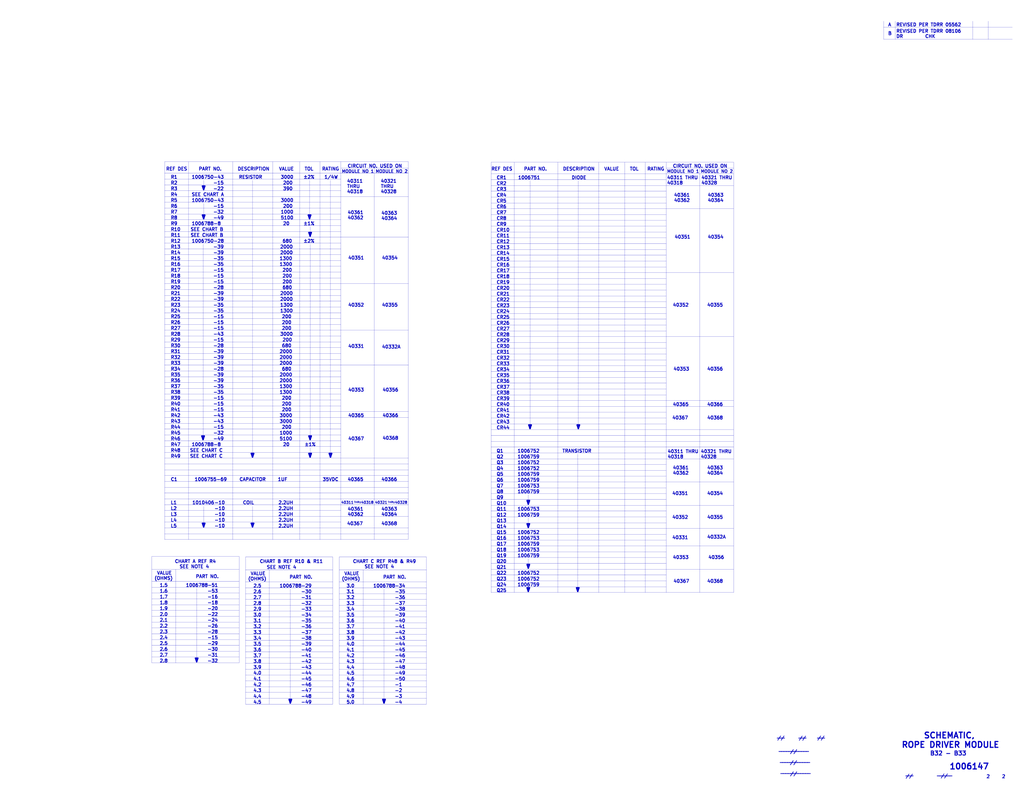
<source format=kicad_sch>
(kicad_sch (version 20211123) (generator eeschema)
  (paper "E")
  (polyline (pts (xy 535.94 177.165) (xy 800.735 177.165)) (stroke (width 0) (type solid)))
  (polyline (pts (xy 535.94 227.965) (xy 800.735 227.965)) (stroke (width 0) (type solid)))
  (polyline (pts (xy 977.011 23.114) (xy 977.011 42.926)) (stroke (width 0) (type solid)))
  (polyline (pts (xy 535.94 558.165) (xy 727.075 558.165)) (stroke (width 0) (type solid)))
  (polyline (pts (xy 275.59 553.085) (xy 275.59 575.31)) (stroke (width 0) (type solid)))
  (polyline (pts (xy 370.205 622.3) (xy 465.455 622.3)) (stroke (width 0) (type solid)))
  (polyline (pts (xy 372.11 424.18) (xy 179.705 424.18)) (stroke (width 0) (type solid)))
  (polyline (pts (xy 535.94 539.115) (xy 727.075 539.115)) (stroke (width 0) (type solid)))
  (polyline (pts (xy 267.97 667.385) (xy 363.22 667.385)) (stroke (width 0) (type solid)))
  (polyline (pts (xy 535.94 253.365) (xy 727.075 253.365)) (stroke (width 0) (type solid)))
  (polyline (pts (xy 632.46 464.185) (xy 631.19 467.995)) (stroke (width 1.524) (type solid)))
  (polyline (pts (xy 535.94 374.015) (xy 727.075 374.015)) (stroke (width 0) (type solid)))
  (polyline (pts (xy 214.63 722.63) (xy 213.36 718.82)) (stroke (width 1.524) (type solid)))
  (polyline (pts (xy 372.11 328.93) (xy 179.705 328.93)) (stroke (width 0) (type solid)))
  (polyline (pts (xy 267.97 680.085) (xy 363.22 680.085)) (stroke (width 0) (type solid)))
  (polyline (pts (xy 370.205 608.33) (xy 465.455 608.33)) (stroke (width 0) (type solid)))
  (polyline (pts (xy 372.11 246.38) (xy 179.705 246.38)) (stroke (width 0) (type solid)))
  (polyline (pts (xy 360.68 196.85) (xy 360.68 499.11)) (stroke (width 0) (type solid)))
  (polyline (pts (xy 372.11 347.98) (xy 179.705 347.98)) (stroke (width 0) (type solid)))
  (polyline (pts (xy 372.11 411.48) (xy 179.705 411.48)) (stroke (width 0) (type solid)))
  (polyline (pts (xy 396.24 768.985) (xy 396.24 622.3)) (stroke (width 0) (type solid)))
  (polyline (pts (xy 370.205 608.33) (xy 370.205 768.985)) (stroke (width 0) (type solid)))
  (polyline (pts (xy 179.705 544.83) (xy 445.77 544.83)) (stroke (width 0) (type solid)))
  (polyline (pts (xy 338.455 480.06) (xy 337.185 476.25)) (stroke (width 1.524) (type solid)))
  (polyline (pts (xy 179.705 309.88) (xy 445.77 309.88)) (stroke (width 0) (type solid)))
  (polyline (pts (xy 179.705 525.78) (xy 445.77 525.78)) (stroke (width 0) (type solid)))
  (polyline (pts (xy 535.94 348.615) (xy 727.075 348.615)) (stroke (width 0) (type solid)))
  (polyline (pts (xy 535.94 221.615) (xy 727.075 221.615)) (stroke (width 0) (type solid)))
  (polyline (pts (xy 561.34 177.165) (xy 561.34 647.065)) (stroke (width 0) (type solid)))
  (polyline (pts (xy 535.94 386.715) (xy 727.075 386.715)) (stroke (width 0) (type solid)))
  (polyline (pts (xy 339.09 234.95) (xy 337.82 238.76)) (stroke (width 1.524) (type solid)))
  (polyline (pts (xy 372.11 240.03) (xy 179.705 240.03)) (stroke (width 0) (type solid)))
  (polyline (pts (xy 363.22 608.33) (xy 363.22 768.985)) (stroke (width 0) (type solid)))
  (polyline (pts (xy 372.11 354.33) (xy 179.705 354.33)) (stroke (width 0) (type solid)))
  (polyline (pts (xy 179.705 259.08) (xy 445.77 259.08)) (stroke (width 0) (type solid)))
  (polyline (pts (xy 535.94 628.015) (xy 727.075 628.015)) (stroke (width 0) (type solid)))
  (polyline (pts (xy 179.705 519.43) (xy 445.77 519.43)) (stroke (width 0) (type solid)))
  (polyline (pts (xy 370.205 686.435) (xy 465.455 686.435)) (stroke (width 0) (type solid)))
  (polyline (pts (xy 763.905 182.88) (xy 763.905 647.065)) (stroke (width 0) (type solid)))
  (polyline (pts (xy 165.735 692.15) (xy 260.985 692.15)) (stroke (width 0) (type solid)))
  (polyline (pts (xy 576.58 575.945) (xy 575.31 572.135)) (stroke (width 1.524) (type solid)))
  (polyline (pts (xy 336.55 234.95) (xy 339.09 234.95)) (stroke (width 1.524) (type solid)))
  (polyline (pts (xy 222.25 222.25) (xy 222.25 238.76)) (stroke (width 0) (type solid)))
  (polyline (pts (xy 535.94 469.265) (xy 800.735 469.265)) (stroke (width 0) (type solid)))
  (polyline (pts (xy 372.11 386.08) (xy 179.705 386.08)) (stroke (width 0) (type solid)))
  (polyline (pts (xy 370.205 680.085) (xy 465.455 680.085)) (stroke (width 0) (type solid)))
  (polyline (pts (xy 370.205 749.935) (xy 465.455 749.935)) (stroke (width 0) (type solid)))
  (polyline (pts (xy 267.97 705.485) (xy 363.22 705.485)) (stroke (width 0) (type solid)))
  (polyline (pts (xy 576.58 565.785) (xy 576.58 575.945)) (stroke (width 0) (type solid)))
  (polyline (pts (xy 372.11 481.33) (xy 179.705 481.33)) (stroke (width 0) (type solid)))
  (polyline (pts (xy 179.705 189.23) (xy 445.77 189.23)) (stroke (width 0) (type solid)))
  (polyline (pts (xy 361.95 495.3) (xy 360.68 499.11)) (stroke (width 1.524) (type solid)))
  (polyline (pts (xy 179.705 582.93) (xy 445.77 582.93)) (stroke (width 0) (type solid)))
  (polyline (pts (xy 275.59 196.85) (xy 275.59 499.11)) (stroke (width 0) (type solid)))
  (polyline (pts (xy 223.52 203.2) (xy 222.25 207.01)) (stroke (width 1.524) (type solid)))
  (polyline (pts (xy 629.285 641.985) (xy 631.825 641.985)) (stroke (width 1.524) (type solid)))
  (polyline (pts (xy 535.94 329.565) (xy 727.075 329.565)) (stroke (width 0) (type solid)))
  (polyline (pts (xy 372.11 265.43) (xy 179.705 265.43)) (stroke (width 0) (type solid)))
  (polyline (pts (xy 179.705 576.58) (xy 445.77 576.58)) (stroke (width 0) (type solid)))
  (polyline (pts (xy 339.725 476.25) (xy 338.455 480.06)) (stroke (width 1.524) (type solid)))
  (polyline (pts (xy 220.98 234.95) (xy 223.52 234.95)) (stroke (width 1.524) (type solid)))
  (polyline (pts (xy 370.205 641.985) (xy 465.455 641.985)) (stroke (width 0) (type solid)))
  (polyline (pts (xy 179.705 176.53) (xy 179.705 589.28)) (stroke (width 0) (type solid)))
  (polyline (pts (xy 372.11 557.53) (xy 179.705 557.53)) (stroke (width 0) (type solid)))
  (polyline (pts (xy 267.97 654.685) (xy 363.22 654.685)) (stroke (width 0) (type solid)))
  (polyline (pts (xy 370.205 737.235) (xy 465.455 737.235)) (stroke (width 0) (type solid)))
  (polyline (pts (xy 535.94 418.465) (xy 727.075 418.465)) (stroke (width 0) (type solid)))
  (polyline (pts (xy 372.11 373.38) (xy 179.705 373.38)) (stroke (width 0) (type solid)))
  (polyline (pts (xy 372.11 201.93) (xy 179.705 201.93)) (stroke (width 0) (type solid)))
  (polyline (pts (xy 727.075 177.165) (xy 727.075 647.065)) (stroke (width 0) (type solid)))
  (polyline (pts (xy 327.025 176.53) (xy 327.025 589.28)) (stroke (width 0) (type solid)))
  (polyline (pts (xy 179.705 360.68) (xy 445.77 360.68)) (stroke (width 0) (type solid)))
  (polyline (pts (xy 221.615 480.06) (xy 220.345 476.25)) (stroke (width 1.524) (type solid)))
  (polyline (pts (xy 535.94 285.115) (xy 727.075 285.115)) (stroke (width 0) (type solid)))
  (polyline (pts (xy 372.11 405.13) (xy 179.705 405.13)) (stroke (width 0) (type solid)))
  (polyline (pts (xy 267.97 756.285) (xy 363.22 756.285)) (stroke (width 0) (type solid)))
  (polyline (pts (xy 577.85 616.585) (xy 576.58 620.395)) (stroke (width 1.524) (type solid)))
  (polyline (pts (xy 578.485 467.995) (xy 577.215 464.185)) (stroke (width 1.524) (type solid)))
  (polyline (pts (xy 535.94 259.715) (xy 727.075 259.715)) (stroke (width 0) (type solid)))
  (polyline (pts (xy 267.97 608.33) (xy 267.97 768.985)) (stroke (width 0) (type solid)))
  (polyline (pts (xy 179.705 589.28) (xy 445.135 589.28)) (stroke (width 0) (type solid)))
  (polyline (pts (xy 535.94 215.265) (xy 727.075 215.265)) (stroke (width 0) (type solid)))
  (polyline (pts (xy 535.94 354.965) (xy 727.075 354.965)) (stroke (width 0) (type solid)))
  (polyline (pts (xy 372.11 316.23) (xy 179.705 316.23)) (stroke (width 0) (type solid)))
  (polyline (pts (xy 630.555 645.795) (xy 629.285 641.985)) (stroke (width 1.524) (type solid)))
  (polyline (pts (xy 267.97 768.985) (xy 363.22 768.985)) (stroke (width 0) (type solid)))
  (polyline (pts (xy 579.755 464.185) (xy 578.485 467.995)) (stroke (width 1.524) (type solid)))
  (polyline (pts (xy 630.555 495.935) (xy 630.555 645.795)) (stroke (width 0) (type solid)))
  (polyline (pts (xy 535.94 437.515) (xy 800.735 437.515)) (stroke (width 0) (type solid)))
  (polyline (pts (xy 535.94 462.915) (xy 727.075 462.915)) (stroke (width 0) (type solid)))
  (polyline (pts (xy 222.25 238.76) (xy 220.98 234.95)) (stroke (width 1.524) (type solid)))
  (polyline (pts (xy 370.205 705.485) (xy 465.455 705.485)) (stroke (width 0) (type solid)))
  (polyline (pts (xy 165.735 641.35) (xy 260.985 641.35)) (stroke (width 0) (type solid)))
  (polyline (pts (xy 445.77 176.53) (xy 445.77 589.28)) (stroke (width 0) (type solid)))
  (polyline (pts (xy 535.94 234.315) (xy 727.075 234.315)) (stroke (width 0) (type solid)))
  (polyline (pts (xy 535.94 551.815) (xy 800.735 551.815)) (stroke (width 0) (type solid)))
  (polyline (pts (xy 165.735 654.05) (xy 260.985 654.05)) (stroke (width 0) (type solid)))
  (polyline (pts (xy 535.94 431.165) (xy 727.075 431.165)) (stroke (width 0) (type solid)))
  (polyline (pts (xy 535.94 272.415) (xy 727.075 272.415)) (stroke (width 0) (type solid)))
  (polyline (pts (xy 535.94 507.365) (xy 727.075 507.365)) (stroke (width 0) (type solid)))
  (polyline (pts (xy 535.94 481.965) (xy 800.735 481.965)) (stroke (width 0) (type solid)))
  (polyline (pts (xy 370.205 673.735) (xy 465.455 673.735)) (stroke (width 0) (type solid)))
  (polyline (pts (xy 213.36 718.82) (xy 215.9 718.82)) (stroke (width 1.524) (type solid)))
  (polyline (pts (xy 267.97 635.635) (xy 363.22 635.635)) (stroke (width 0) (type solid)))
  (polyline (pts (xy 179.705 538.48) (xy 445.77 538.48)) (stroke (width 0) (type solid)))
  (polyline (pts (xy 372.11 220.98) (xy 179.705 220.98)) (stroke (width 0) (type solid)))
  (polyline (pts (xy 372.11 183.515) (xy 445.77 183.515)) (stroke (width 0) (type solid)))
  (polyline (pts (xy 535.94 615.315) (xy 727.075 615.315)) (stroke (width 0) (type solid)))
  (polyline (pts (xy 165.735 711.2) (xy 260.985 711.2)) (stroke (width 0) (type solid)))
  (polyline (pts (xy 337.82 238.76) (xy 336.55 234.95)) (stroke (width 1.524) (type solid)))
  (polyline (pts (xy 535.94 424.815) (xy 727.075 424.815)) (stroke (width 0) (type solid)))
  (polyline (pts (xy 372.11 284.48) (xy 179.705 284.48)) (stroke (width 0) (type solid)))
  (polyline (pts (xy 165.735 647.7) (xy 260.985 647.7)) (stroke (width 0) (type solid)))
  (polyline (pts (xy 577.85 572.135) (xy 576.58 575.945)) (stroke (width 1.524) (type solid)))
  (polyline (pts (xy 535.94 647.065) (xy 800.735 647.065)) (stroke (width 0) (type solid)))
  (polyline (pts (xy 608.965 177.165) (xy 608.965 647.065)) (stroke (width 0) (type solid)))
  (polyline (pts (xy 372.11 233.68) (xy 179.705 233.68)) (stroke (width 0) (type solid)))
  (polyline (pts (xy 535.94 247.015) (xy 727.075 247.015)) (stroke (width 0) (type solid)))
  (polyline (pts (xy 372.11 227.33) (xy 179.705 227.33)) (stroke (width 0) (type solid)))
  (polyline (pts (xy 576.58 620.395) (xy 575.31 616.585)) (stroke (width 1.524) (type solid)))
  (polyline (pts (xy 372.11 208.28) (xy 179.705 208.28)) (stroke (width 0) (type solid)))
  (polyline (pts (xy 535.94 361.315) (xy 727.075 361.315)) (stroke (width 0) (type solid)))
  (polyline (pts (xy 222.25 553.085) (xy 222.25 575.31)) (stroke (width 0) (type solid)))
  (polyline (pts (xy 631.19 197.485) (xy 631.19 467.995)) (stroke (width 0) (type solid)))
  (polyline (pts (xy 179.705 455.93) (xy 445.77 455.93)) (stroke (width 0) (type solid)))
  (polyline (pts (xy 535.94 526.415) (xy 800.735 526.415)) (stroke (width 0) (type solid)))
  (polyline (pts (xy 535.94 583.565) (xy 727.075 583.565)) (stroke (width 0) (type solid)))
  (polyline (pts (xy 576.58 645.795) (xy 575.31 641.985)) (stroke (width 1.524) (type solid)))
  (polyline (pts (xy 222.25 196.85) (xy 222.25 207.01)) (stroke (width 0) (type solid)))
  (polyline (pts (xy 535.94 564.515) (xy 727.075 564.515)) (stroke (width 0) (type solid)))
  (polyline (pts (xy 179.705 500.38) (xy 445.77 500.38)) (stroke (width 0) (type solid)))
  (polyline (pts (xy 276.86 571.5) (xy 275.59 575.31)) (stroke (width 1.524) (type solid)))
  (polyline (pts (xy 267.97 661.035) (xy 363.22 661.035)) (stroke (width 0) (type solid)))
  (polyline (pts (xy 267.97 699.135) (xy 363.22 699.135)) (stroke (width 0) (type solid)))
  (polyline (pts (xy 370.205 635.635) (xy 465.455 635.635)) (stroke (width 0) (type solid)))
  (polyline (pts (xy 275.59 575.31) (xy 274.32 571.5)) (stroke (width 1.524) (type solid)))
  (polyline (pts (xy 339.725 495.3) (xy 338.455 499.11)) (stroke (width 1.524) (type solid)))
  (polyline (pts (xy 372.11 367.03) (xy 179.705 367.03)) (stroke (width 0) (type solid)))
  (polyline (pts (xy 337.185 476.25) (xy 339.725 476.25)) (stroke (width 1.524) (type solid)))
  (polyline (pts (xy 370.205 661.035) (xy 465.455 661.035)) (stroke (width 0) (type solid)))
  (polyline (pts (xy 267.97 608.33) (xy 363.22 608.33)) (stroke (width 0) (type solid)))
  (polyline (pts (xy 535.94 399.415) (xy 727.075 399.415)) (stroke (width 0) (type solid)))
  (polyline (pts (xy 629.92 464.185) (xy 632.46 464.185)) (stroke (width 1.524) (type solid)))
  (polyline (pts (xy 337.82 196.85) (xy 337.82 238.76)) (stroke (width 0) (type solid)))
  (polyline (pts (xy 205.74 176.53) (xy 205.74 589.28)) (stroke (width 0) (type solid)))
  (polyline (pts (xy 535.94 545.465) (xy 727.075 545.465)) (stroke (width 0) (type solid)))
  (polyline (pts (xy 535.94 532.765) (xy 727.075 532.765)) (stroke (width 0) (type solid)))
  (polyline (pts (xy 267.97 749.935) (xy 363.22 749.935)) (stroke (width 0) (type solid)))
  (polyline (pts (xy 165.735 666.75) (xy 260.985 666.75)) (stroke (width 0) (type solid)))
  (polyline (pts (xy 222.25 575.31) (xy 220.98 571.5)) (stroke (width 1.524) (type solid)))
  (polyline (pts (xy 535.94 297.815) (xy 800.735 297.815)) (stroke (width 0) (type solid)))
  (polyline (pts (xy 214.63 642.62) (xy 214.63 722.63)) (stroke (width 0) (type solid)))
  (polyline (pts (xy 267.97 718.185) (xy 363.22 718.185)) (stroke (width 0) (type solid)))
  (polyline (pts (xy 576.58 641.985) (xy 576.58 645.795)) (stroke (width 0) (type solid)))
  (polyline (pts (xy 577.215 464.185) (xy 579.755 464.185)) (stroke (width 1.524) (type solid)))
  (polyline (pts (xy 222.885 476.25) (xy 221.615 480.06)) (stroke (width 1.524) (type solid)))
  (polyline (pts (xy 800.735 177.165) (xy 800.735 647.065)) (stroke (width 0) (type solid)))
  (polyline (pts (xy 681.99 177.165) (xy 681.99 647.065)) (stroke (width 0) (type solid)))
  (polyline (pts (xy 370.205 730.885) (xy 465.455 730.885)) (stroke (width 0) (type solid)))
  (polyline (pts (xy 191.77 723.9) (xy 191.77 621.665)) (stroke (width 0) (type solid)))
  (polyline (pts (xy 576.58 550.545) (xy 575.31 546.735)) (stroke (width 1.524) (type solid)))
  (polyline (pts (xy 372.11 297.18) (xy 179.705 297.18)) (stroke (width 0) (type solid)))
  (polyline (pts (xy 372.11 290.83) (xy 179.705 290.83)) (stroke (width 0) (type solid)))
  (polyline (pts (xy 267.97 762.635) (xy 363.22 762.635)) (stroke (width 0) (type solid)))
  (polyline (pts (xy 370.205 756.285) (xy 465.455 756.285)) (stroke (width 0) (type solid)))
  (polyline (pts (xy 535.94 342.265) (xy 727.075 342.265)) (stroke (width 0) (type solid)))
  (polyline (pts (xy 535.94 577.215) (xy 800.735 577.215)) (stroke (width 0) (type solid)))
  (polyline (pts (xy 535.94 304.165) (xy 727.075 304.165)) (stroke (width 0) (type solid)))
  (polyline (pts (xy 535.94 177.165) (xy 535.94 647.065)) (stroke (width 0) (type solid)))
  (polyline (pts (xy 267.97 743.585) (xy 363.22 743.585)) (stroke (width 0) (type solid)))
  (polyline (pts (xy 372.11 417.83) (xy 179.705 417.83)) (stroke (width 0) (type solid)))
  (polyline (pts (xy 294.005 768.985) (xy 294.005 622.3)) (stroke (width 0) (type solid)))
  (polyline (pts (xy 535.94 494.665) (xy 727.075 494.665)) (stroke (width 0) (type solid)))
  (polyline (pts (xy 165.735 607.695) (xy 260.985 607.695)) (stroke (width 0) (type solid)))
  (polyline (pts (xy 372.11 474.98) (xy 179.705 474.98)) (stroke (width 0) (type solid)))
  (polyline (pts (xy 223.52 234.95) (xy 222.25 238.76)) (stroke (width 1.524) (type solid)))
  (polyline (pts (xy 535.94 316.865) (xy 727.075 316.865)) (stroke (width 0) (type solid)))
  (polyline (pts (xy 370.205 743.585) (xy 465.455 743.585)) (stroke (width 0) (type solid)))
  (polyline (pts (xy 360.68 499.11) (xy 359.41 495.3)) (stroke (width 1.524) (type solid)))
  (polyline (pts (xy 165.735 607.695) (xy 165.735 723.9)) (stroke (width 0) (type solid)))
  (polyline (pts (xy 349.25 176.53) (xy 349.25 589.28)) (stroke (width 0) (type solid)))
  (polyline (pts (xy 535.94 323.215) (xy 727.075 323.215)) (stroke (width 0) (type solid)))
  (polyline (pts (xy 370.205 648.335) (xy 465.455 648.335)) (stroke (width 0) (type solid)))
  (polyline (pts (xy 535.94 208.915) (xy 727.075 208.915)) (stroke (width 0) (type solid)))
  (polyline (pts (xy 535.94 513.715) (xy 727.075 513.715)) (stroke (width 0) (type solid)))
  (polyline (pts (xy 372.11 570.23) (xy 179.705 570.23)) (stroke (width 0) (type solid)))
  (polyline (pts (xy 577.85 546.735) (xy 576.58 550.545)) (stroke (width 1.524) (type solid)))
  (polyline (pts (xy 165.735 685.8) (xy 260.985 685.8)) (stroke (width 0) (type solid)))
  (polyline (pts (xy 215.9 718.82) (xy 214.63 722.63)) (stroke (width 1.524) (type solid)))
  (polyline (pts (xy 370.205 699.135) (xy 465.455 699.135)) (stroke (width 0) (type solid)))
  (polyline (pts (xy 372.11 468.63) (xy 179.705 468.63)) (stroke (width 0) (type solid)))
  (polyline (pts (xy 535.94 240.665) (xy 727.075 240.665)) (stroke (width 0) (type solid)))
  (polyline (pts (xy 370.205 768.985) (xy 465.455 768.985)) (stroke (width 0) (type solid)))
  (polyline (pts (xy 267.97 641.985) (xy 363.22 641.985)) (stroke (width 0) (type solid)))
  (polyline (pts (xy 964.311 42.926) (xy 1104.9 42.926)) (stroke (width 0) (type solid)))
  (polyline (pts (xy 631.825 641.985) (xy 630.555 645.795)) (stroke (width 1.524) (type solid)))
  (polyline (pts (xy 179.705 551.18) (xy 445.77 551.18)) (stroke (width 0) (type solid)))
  (polyline (pts (xy 338.455 257.81) (xy 337.185 254)) (stroke (width 1.524) (type solid)))
  (polyline (pts (xy 535.94 589.915) (xy 727.075 589.915)) (stroke (width 0) (type solid)))
  (polyline (pts (xy 372.11 487.68) (xy 179.705 487.68)) (stroke (width 0) (type solid)))
  (polyline (pts (xy 370.205 762.635) (xy 465.455 762.635)) (stroke (width 0) (type solid)))
  (polyline (pts (xy 535.94 367.665) (xy 800.735 367.665)) (stroke (width 0) (type solid)))
  (polyline (pts (xy 631.19 467.995) (xy 629.92 464.185)) (stroke (width 1.524) (type solid)))
  (polyline (pts (xy 535.94 608.965) (xy 727.075 608.965)) (stroke (width 0) (type solid)))
  (polyline (pts (xy 535.94 596.265) (xy 800.735 596.265)) (stroke (width 0) (type solid)))
  (polyline (pts (xy 535.94 621.665) (xy 800.735 621.665)) (stroke (width 0) (type solid)))
  (polyline (pts (xy 535.94 291.465) (xy 727.075 291.465)) (stroke (width 0) (type solid)))
  (polyline (pts (xy 223.52 571.5) (xy 222.25 575.31)) (stroke (width 1.524) (type solid)))
  (polyline (pts (xy 370.205 667.385) (xy 465.455 667.385)) (stroke (width 0) (type solid)))
  (polyline (pts (xy 372.11 176.53) (xy 372.11 589.28)) (stroke (width 0) (type solid)))
  (polyline (pts (xy 576.58 610.235) (xy 576.58 620.395)) (stroke (width 0) (type solid)))
  (polyline (pts (xy 370.205 654.685) (xy 465.455 654.685)) (stroke (width 0) (type solid)))
  (polyline (pts (xy 535.94 393.065) (xy 727.075 393.065)) (stroke (width 0) (type solid)))
  (polyline (pts (xy 575.31 572.135) (xy 577.85 572.135)) (stroke (width 1.524) (type solid)))
  (polyline (pts (xy 297.815 176.53) (xy 297.815 589.28)) (stroke (width 0) (type solid)))
  (polyline (pts (xy 267.97 737.235) (xy 363.22 737.235)) (stroke (width 0) (type solid)))
  (polyline (pts (xy 359.41 495.3) (xy 361.95 495.3)) (stroke (width 1.524) (type solid)))
  (polyline (pts (xy 339.725 254) (xy 338.455 257.81)) (stroke (width 1.524) (type solid)))
  (polyline (pts (xy 964.311 29.718) (xy 1104.9 29.718)) (stroke (width 0) (type solid)))
  (polyline (pts (xy 276.86 495.3) (xy 275.59 499.11)) (stroke (width 1.524) (type solid)))
  (polyline (pts (xy 535.94 412.115) (xy 727.075 412.115)) (stroke (width 0) (type solid)))
  (polyline (pts (xy 535.94 640.715) (xy 727.075 640.715)) (stroke (width 0) (type solid)))
  (polyline (pts (xy 316.865 767.715) (xy 315.595 763.905)) (stroke (width 1.524) (type solid)))
  (polyline (pts (xy 165.735 673.1) (xy 260.985 673.1)) (stroke (width 0) (type solid)))
  (polyline (pts (xy 372.11 195.58) (xy 179.705 195.58)) (stroke (width 0) (type solid)))
  (polyline (pts (xy 577.85 641.985) (xy 576.58 645.795)) (stroke (width 1.524) (type solid)))
  (polyline (pts (xy 535.94 189.865) (xy 800.735 189.865)) (stroke (width 0) (type solid)))
  (polyline (pts (xy 372.11 392.43) (xy 179.705 392.43)) (stroke (width 0) (type solid)))
  (polyline (pts (xy 165.735 717.55) (xy 260.985 717.55)) (stroke (width 0) (type solid)))
  (polyline (pts (xy 535.94 475.615) (xy 800.735 475.615)) (stroke (width 0) (type solid)))
  (polyline (pts (xy 535.94 310.515) (xy 727.075 310.515)) (stroke (width 0) (type solid)))
  (polyline (pts (xy 337.185 254) (xy 339.725 254)) (stroke (width 1.524) (type solid)))
  (polyline (pts (xy 260.985 607.695) (xy 260.985 723.9)) (stroke (width 0) (type solid)))
  (polyline (pts (xy 372.11 462.28) (xy 179.705 462.28)) (stroke (width 0) (type solid)))
  (polyline (pts (xy 372.11 252.73) (xy 179.705 252.73)) (stroke (width 0) (type solid)))
  (polyline (pts (xy 267.97 673.735) (xy 363.22 673.735)) (stroke (width 0) (type solid)))
  (polyline (pts (xy 420.37 763.905) (xy 419.1 767.715)) (stroke (width 1.524) (type solid)))
  (polyline (pts (xy 370.205 718.185) (xy 465.455 718.185)) (stroke (width 0) (type solid)))
  (polyline (pts (xy 408.305 183.515) (xy 408.305 589.28)) (stroke (width 0) (type solid)))
  (polyline (pts (xy 372.11 303.53) (xy 179.705 303.53)) (stroke (width 0) (type solid)))
  (polyline (pts (xy 1061.72 23.114) (xy 1061.72 42.926)) (stroke (width 0) (type solid)))
  (polyline (pts (xy 370.205 724.535) (xy 465.455 724.535)) (stroke (width 0) (type solid)))
  (polyline (pts (xy 221.615 266.7) (xy 221.615 480.06)) (stroke (width 0) (type solid)))
  (polyline (pts (xy 535.94 501.015) (xy 800.735 501.015)) (stroke (width 0) (type solid)))
  (polyline (pts (xy 653.415 177.165) (xy 653.415 647.065)) (stroke (width 0) (type solid)))
  (polyline (pts (xy 419.1 643.255) (xy 419.1 767.715)) (stroke (width 0) (type solid)))
  (polyline (pts (xy 165.735 704.85) (xy 260.985 704.85)) (stroke (width 0) (type solid)))
  (polyline (pts (xy 179.705 563.88) (xy 445.77 563.88)) (stroke (width 0) (type solid)))
  (polyline (pts (xy 445.77 176.53) (xy 179.705 176.53)) (stroke (width 0) (type solid)))
  (polyline (pts (xy 535.94 196.215) (xy 727.075 196.215)) (stroke (width 0) (type solid)))
  (polyline (pts (xy 800.735 183.515) (xy 727.075 183.515)) (stroke (width 0) (type solid)))
  (polyline (pts (xy 318.135 763.905) (xy 316.865 767.715)) (stroke (width 1.524) (type solid)))
  (polyline (pts (xy 179.705 513.08) (xy 445.77 513.08)) (stroke (width 0) (type solid)))
  (polyline (pts (xy 535.94 278.765) (xy 727.075 278.765)) (stroke (width 0) (type solid)))
  (polyline (pts (xy 372.11 322.58) (xy 179.705 322.58)) (stroke (width 0) (type solid)))
  (polyline (pts (xy 165.735 723.9) (xy 260.985 723.9)) (stroke (width 0) (type solid)))
  (polyline (pts (xy 370.205 692.785) (xy 465.455 692.785)) (stroke (width 0) (type solid)))
  (polyline (pts (xy 704.215 177.165) (xy 704.215 647.065)) (stroke (width 0) (type solid)))
  (polyline (pts (xy 1078.611 23.114) (xy 1078.611 42.926)) (stroke (width 0) (type solid)))
  (polyline (pts (xy 535.94 443.865) (xy 800.735 443.865)) (stroke (width 0) (type solid)))
  (polyline (pts (xy 372.11 430.53) (xy 179.705 430.53)) (stroke (width 0) (type solid)))
  (polyline (pts (xy 535.94 335.915) (xy 727.075 335.915)) (stroke (width 0) (type solid)))
  (polyline (pts (xy 338.455 488.95) (xy 338.455 499.11)) (stroke (width 0) (type solid)))
  (polyline (pts (xy 372.11 278.13) (xy 179.705 278.13)) (stroke (width 0) (type solid)))
  (polyline (pts (xy 535.94 450.215) (xy 727.075 450.215)) (stroke (width 0) (type solid)))
  (polyline (pts (xy 267.97 730.885) (xy 363.22 730.885)) (stroke (width 0) (type solid)))
  (polyline (pts (xy 576.58 540.385) (xy 576.58 550.545)) (stroke (width 0) (type solid)))
  (polyline (pts (xy 165.735 660.4) (xy 260.985 660.4)) (stroke (width 0) (type solid)))
  (polyline (pts (xy 267.97 724.535) (xy 363.22 724.535)) (stroke (width 0) (type solid)))
  (polyline (pts (xy 535.94 456.565) (xy 727.075 456.565)) (stroke (width 0) (type solid)))
  (polyline (pts (xy 575.31 546.735) (xy 577.85 546.735)) (stroke (width 1.524) (type solid)))
  (polyline (pts (xy 338.455 247.65) (xy 338.455 257.81)) (stroke (width 0) (type solid)))
  (polyline (pts (xy 535.94 520.065) (xy 727.075 520.065)) (stroke (width 0) (type solid)))
  (polyline (pts (xy 179.705 449.58) (xy 445.77 449.58)) (stroke (width 0) (type solid)))
  (polyline (pts (xy 535.94 634.365) (xy 727.075 634.365)) (stroke (width 0) (type solid)))
  (polyline (pts (xy 535.94 405.765) (xy 727.075 405.765)) (stroke (width 0) (type solid)))
  (polyline (pts (xy 165.735 679.45) (xy 260.985 679.45)) (stroke (width 0) (type solid)))
  (polyline (pts (xy 267.97 622.3) (xy 363.22 622.3)) (stroke (width 0) (type solid)))
  (polyline (pts (xy 337.185 495.3) (xy 339.725 495.3)) (stroke (width 1.524) (type solid)))
  (polyline (pts (xy 165.735 698.5) (xy 260.985 698.5)) (stroke (width 0) (type solid)))
  (polyline (pts (xy 179.705 532.13) (xy 445.77 532.13)) (stroke (width 0) (type solid)))
  (polyline (pts (xy 220.98 203.2) (xy 223.52 203.2)) (stroke (width 1.524) (type solid)))
  (polyline (pts (xy 267.97 692.785) (xy 363.22 692.785)) (stroke (width 0) (type solid)))
  (polyline (pts (xy 372.11 335.28) (xy 179.705 335.28)) (stroke (width 0) (type solid)))
  (polyline (pts (xy 316.865 643.255) (xy 316.865 767.715)) (stroke (width 0) (type solid)))
  (polyline (pts (xy 275.59 499.11) (xy 274.32 495.3)) (stroke (width 1.524) (type solid)))
  (polyline (pts (xy 254 176.53) (xy 254 589.28)) (stroke (width 0) (type solid)))
  (polyline (pts (xy 372.11 443.23) (xy 179.705 443.23)) (stroke (width 0) (type solid)))
  (polyline (pts (xy 267.97 648.335) (xy 363.22 648.335)) (stroke (width 0) (type solid)))
  (polyline (pts (xy 179.705 398.78) (xy 445.77 398.78)) (stroke (width 0) (type solid)))
  (polyline (pts (xy 372.11 379.73) (xy 179.705 379.73)) (stroke (width 0) (type solid)))
  (polyline (pts (xy 222.25 207.01) (xy 220.98 203.2)) (stroke (width 1.524) (type solid)))
  (polyline (pts (xy 274.32 571.5) (xy 276.86 571.5)) (stroke (width 1.524) (type solid)))
  (polyline (pts (xy 274.32 495.3) (xy 276.86 495.3)) (stroke (width 1.524) (type solid)))
  (polyline (pts (xy 165.735 635) (xy 260.985 635)) (stroke (width 0) (type solid)))
  (polyline (pts (xy 419.1 767.715) (xy 417.83 763.905)) (stroke (width 1.524) (type solid)))
  (polyline (pts (xy 465.455 608.33) (xy 465.455 768.985)) (stroke (width 0) (type solid)))
  (polyline (pts (xy 267.97 711.835) (xy 363.22 711.835)) (stroke (width 0) (type solid)))
  (polyline (pts (xy 535.94 488.315) (xy 800.735 488.315)) (stroke (width 0) (type solid)))
  (polyline (pts (xy 315.595 763.905) (xy 318.135 763.905)) (stroke (width 1.524) (type solid)))
  (polyline (pts (xy 535.94 202.565) (xy 800.735 202.565)) (stroke (width 0) (type solid)))
  (polyline (pts (xy 535.94 570.865) (xy 727.075 570.865)) (stroke (width 0) (type solid)))
  (polyline (pts (xy 338.455 499.11) (xy 337.185 495.3)) (stroke (width 1.524) (type solid)))
  (polyline (pts (xy 165.735 621.665) (xy 260.985 621.665)) (stroke (width 0) (type solid)))
  (polyline (pts (xy 535.94 602.615) (xy 727.075 602.615)) (stroke (width 0) (type solid)))
  (polyline (pts (xy 964.311 23.114) (xy 964.311 42.926)) (stroke (width 0) (type solid)))
  (polyline (pts (xy 220.98 571.5) (xy 223.52 571.5)) (stroke (width 1.524) (type solid)))
  (polyline (pts (xy 372.11 341.63) (xy 179.705 341.63)) (stroke (width 0) (type solid)))
  (polyline (pts (xy 267.97 686.435) (xy 363.22 686.435)) (stroke (width 0) (type solid)))
  (polyline (pts (xy 575.31 641.985) (xy 577.85 641.985)) (stroke (width 1.524) (type solid)))
  (polyline (pts (xy 179.705 506.73) (xy 445.77 506.73)) (stroke (width 0) (type solid)))
  (polyline (pts (xy 370.205 711.835) (xy 465.455 711.835)) (stroke (width 0) (type solid)))
  (polyline (pts (xy 535.94 266.065) (xy 727.075 266.065)) (stroke (width 0) (type solid)))
  (polyline (pts (xy 338.455 266.7) (xy 338.455 480.06)) (stroke (width 0) (type solid)))
  (polyline (pts (xy 578.485 197.485) (xy 578.485 467.995)) (stroke (width 0) (type solid)))
  (polyline (pts (xy 372.11 494.03) (xy 179.705 494.03)) (stroke (width 0) (type solid)))
  (polyline (pts (xy 372.11 436.88) (xy 179.705 436.88)) (stroke (width 0) (type solid)))
  (polyline (pts (xy 372.11 271.78) (xy 179.705 271.78)) (stroke (width 0) (type solid)))
  (polyline (pts (xy 575.31 616.585) (xy 577.85 616.585)) (stroke (width 1.524) (type solid)))
  (polyline (pts (xy 417.83 763.905) (xy 420.37 763.905)) (stroke (width 1.524) (type solid)))
  (polyline (pts (xy 220.345 476.25) (xy 222.885 476.25)) (stroke (width 1.524) (type solid)))
  (polyline (pts (xy 179.705 214.63) (xy 445.77 214.63)) (stroke (width 0) (type solid)))
  (polyline (pts (xy 535.94 380.365) (xy 727.075 380.365)) (stroke (width 0) (type solid)))
  (text "-44" (at 328.295 737.235 0) (effects (font (size 3.556 3.556) (thickness 0.7112) bold) (justify left bottom)))
  (text "200" (at 307.34 443.23 0) (effects (font (size 3.556 3.556) (thickness 0.7112) bold) (justify left bottom)))
  (text "-35" (at 232.41 341.63 0) (effects (font (size 3.556 3.556) (thickness 0.7112) bold) (justify left bottom)))
  (text "COIL" (at 264.795 551.18 0) (effects (font (size 3.556 3.556) (thickness 0.7112) bold) (justify left bottom)))
  (text "-46" (at 328.295 749.935 0) (effects (font (size 3.556 3.556) (thickness 0.7112) bold) (justify left bottom)))
  (text "-32" (at 226.06 723.9 0) (effects (font (size 3.556 3.556) (thickness 0.7112) bold) (justify left bottom)))
  (text "CR5" (at 541.655 221.615 0) (effects (font (size 3.556 3.556) (thickness 0.7112) bold) (justify left bottom)))
  (text "3.7" (at 276.225 718.185 0) (effects (font (size 3.556 3.556) (thickness 0.7112) bold) (justify left bottom)))
  (text "40351" (at 735.965 260.985 0) (effects (font (size 3.556 3.556) (thickness 0.7112) bold) (justify left bottom)))
  (text "40353" (at 379.73 427.99 0) (effects (font (size 3.556 3.556) (thickness 0.7112) bold) (justify left bottom)))
  (text "THRU" (at 386.08 549.91 0) (effects (font (size 2.032 2.032) (thickness 0.4064) bold) (justify left bottom)))
  (text "-49" (at 430.53 737.235 0) (effects (font (size 3.556 3.556) (thickness 0.7112) bold) (justify left bottom)))
  (text "3.9" (at 377.825 699.135 0) (effects (font (size 3.556 3.556) (thickness 0.7112) bold) (justify left bottom)))
  (text "R16" (at 186.055 290.83 0) (effects (font (size 3.556 3.556) (thickness 0.7112) bold) (justify left bottom)))
  (text "R44" (at 186.055 468.63 0) (effects (font (size 3.556 3.556) (thickness 0.7112) bold) (justify left bottom)))
  (text "3.0" (at 377.825 641.985 0) (effects (font (size 3.556 3.556) (thickness 0.7112) bold) (justify left bottom)))
  (text "CR10" (at 541.655 253.365 0) (effects (font (size 3.556 3.556) (thickness 0.7112) bold) (justify left bottom)))
  (text "40368" (at 417.195 480.695 0) (effects (font (size 3.556 3.556) (thickness 0.7112) bold) (justify left bottom)))
  (text "CR11" (at 541.655 259.715 0) (effects (font (size 3.556 3.556) (thickness 0.7112) bold) (justify left bottom)))
  (text "-15" (at 232.41 449.58 0) (effects (font (size 3.556 3.556) (thickness 0.7112) bold) (justify left bottom)))
  (text "200" (at 307.34 360.68 0) (effects (font (size 3.556 3.556) (thickness 0.7112) bold) (justify left bottom)))
  (text "1006752" (at 564.515 583.565 0) (effects (font (size 3.556 3.556) (thickness 0.7112) bold) (justify left bottom)))
  (text "R27" (at 186.055 360.68 0) (effects (font (size 3.556 3.556) (thickness 0.7112) bold) (justify left bottom)))
  (text "C1" (at 186.055 525.78 0) (effects (font (size 3.556 3.556) (thickness 0.7112) bold) (justify left bottom)))
  (text "REVISED PER TDRR 05562" (at 977.9 29.21 0) (effects (font (size 3.556 3.556) (thickness 0.7112) bold) (justify left bottom)))
  (text "-24" (at 226.06 679.45 0) (effects (font (size 3.556 3.556) (thickness 0.7112) bold) (justify left bottom)))
  (text "1006788" (at 202.565 641.35 0) (effects (font (size 3.556 3.556) (thickness 0.7112) bold) (justify left bottom)))
  (text "-43" (at 328.295 730.885 0) (effects (font (size 3.556 3.556) (thickness 0.7112) bold) (justify left bottom)))
  (text "1.5" (at 173.99 641.35 0) (effects (font (size 3.556 3.556) (thickness 0.7112) bold) (justify left bottom)))
  (text "-15" (at 232.41 297.18 0) (effects (font (size 3.556 3.556) (thickness 0.7112) bold) (justify left bottom)))
  (text "-22" (at 226.06 673.1 0) (effects (font (size 3.556 3.556) (thickness 0.7112) bold) (justify left bottom)))
  (text "200" (at 307.975 309.88 0) (effects (font (size 3.556 3.556) (thickness 0.7112) bold) (justify left bottom)))
  (text "CR9" (at 541.655 247.015 0) (effects (font (size 3.556 3.556) (thickness 0.7112) bold) (justify left bottom)))
  (text "SEE CHART A" (at 208.915 214.63 0) (effects (font (size 3.556 3.556) (thickness 0.7112) bold) (justify left bottom)))
  (text "Q21" (at 541.655 621.665 0) (effects (font (size 3.556 3.556) (thickness 0.7112) bold) (justify left bottom)))
  (text "200" (at 307.975 303.53 0) (effects (font (size 3.556 3.556) (thickness 0.7112) bold) (justify left bottom)))
  (text "-39" (at 232.41 398.78 0) (effects (font (size 3.556 3.556) (thickness 0.7112) bold) (justify left bottom)))
  (text "5.0" (at 377.825 768.985 0) (effects (font (size 3.556 3.556) (thickness 0.7112) bold) (justify left bottom)))
  (text "2.5" (at 276.225 641.985 0) (effects (font (size 3.556 3.556) (thickness 0.7112) bold) (justify left bottom)))
  (text "2000" (at 304.8 411.48 0) (effects (font (size 3.556 3.556) (thickness 0.7112) bold) (justify left bottom)))
  (text "3.5" (at 377.825 673.735 0) (effects (font (size 3.556 3.556) (thickness 0.7112) bold) (justify left bottom)))
  (text "200" (at 308.61 201.93 0) (effects (font (size 3.556 3.556) (thickness 0.7112) bold) (justify left bottom)))
  (text "±1%" (at 332.105 487.68 0) (effects (font (size 3.556 3.556) (thickness 0.7112) bold) (justify left bottom)))
  (text "R20" (at 186.055 316.23 0) (effects (font (size 3.556 3.556) (thickness 0.7112) bold) (justify left bottom)))
  (text "Q24" (at 541.655 640.715 0) (effects (font (size 3.556 3.556) (thickness 0.7112) bold) (justify left bottom)))
  (text "4.1" (at 276.225 743.585 0) (effects (font (size 3.556 3.556) (thickness 0.7112) bold) (justify left bottom)))
  (text "R10" (at 186.055 252.73 0) (effects (font (size 3.556 3.556) (thickness 0.7112) bold) (justify left bottom)))
  (text "40321 THRU\n40328" (at 764.54 501.015 0) (effects (font (size 3.556 3.556) (thickness 0.7112) bold) (justify left bottom)))
  (text "3.7" (at 377.825 686.435 0) (effects (font (size 3.556 3.556) (thickness 0.7112) bold) (justify left bottom)))
  (text "-49" (at 232.41 240.03 0) (effects (font (size 3.556 3.556) (thickness 0.7112) bold) (justify left bottom)))
  (text "-18" (at 226.06 660.4 0) (effects (font (size 3.556 3.556) (thickness 0.7112) bold) (justify left bottom)))
  (text " VALUE\n(OHMS)" (at 168.275 633.73 0) (effects (font (size 3.556 3.556) (thickness 0.7112) bold) (justify left bottom)))
  (text "-28" (at 232.41 316.23 0) (effects (font (size 3.556 3.556) (thickness 0.7112) bold) (justify left bottom)))
  (text "-35" (at 232.41 424.18 0) (effects (font (size 3.556 3.556) (thickness 0.7112) bold) (justify left bottom)))
  (text "R19" (at 186.055 309.88 0) (effects (font (size 3.556 3.556) (thickness 0.7112) bold) (justify left bottom)))
  (text "CR12" (at 541.655 266.065 0) (effects (font (size 3.556 3.556) (thickness 0.7112) bold) (justify left bottom)))
  (text "1006147" (at 1035.812 840.867 0) (effects (font (size 6.35 6.35) (thickness 1.27) bold) (justify left bottom)))
  (text "-42" (at 430.53 692.785 0) (effects (font (size 3.556 3.556) (thickness 0.7112) bold) (justify left bottom)))
  (text "40311 THRU\n40318" (at 728.345 501.015 0) (effects (font (size 3.556 3.556) (thickness 0.7112) bold) (justify left bottom)))
  (text "Q19" (at 541.655 608.965 0) (effects (font (size 3.556 3.556) (thickness 0.7112) bold) (justify left bottom)))
  (text "-29" (at 328.295 641.985 0) (effects (font (size 3.556 3.556) (thickness 0.7112) bold) (justify left bottom)))
  (text "3.6" (at 276.225 711.835 0) (effects (font (size 3.556 3.556) (thickness 0.7112) bold) (justify left bottom)))
  (text "____________" (at 849.63 821.055 0) (effects (font (size 3.556 3.556) (thickness 0.7112) bold) (justify left bottom)))
  (text "//" (at 988.187 849.884 0) (effects (font (size 3.556 3.556) (thickness 0.7112) bold) (justify left bottom)))
  (text " VALUE\n(OHMS)" (at 270.51 634.365 0) (effects (font (size 3.556 3.556) (thickness 0.7112) bold) (justify left bottom)))
  (text "______" (at 1022.35 847.725 0) (effects (font (size 3.556 3.556) (thickness 0.7112) bold) (justify left bottom)))
  (text "2.9" (at 276.225 667.385 0) (effects (font (size 3.556 3.556) (thickness 0.7112) bold) (justify left bottom)))
  (text "1006788" (at 407.035 641.985 0) (effects (font (size 3.556 3.556) (thickness 0.7112) bold) (justify left bottom)))
  (text "-37" (at 430.53 661.035 0) (effects (font (size 3.556 3.556) (thickness 0.7112) bold) (justify left bottom)))
  (text "-29" (at 226.06 704.85 0) (effects (font (size 3.556 3.556) (thickness 0.7112) bold) (justify left bottom)))
  (text "±2%" (at 330.835 265.43 0) (effects (font (size 3.556 3.556) (thickness 0.7112) bold) (justify left bottom)))
  (text "2.2UH" (at 303.53 557.53 0) (effects (font (size 3.556 3.556) (thickness 0.7112) bold) (justify left bottom)))
  (text "4.0" (at 377.825 705.485 0) (effects (font (size 3.556 3.556) (thickness 0.7112) bold) (justify left bottom)))
  (text "RATING" (at 706.12 186.69 0) (effects (font (size 3.556 3.556) (thickness 0.7112) bold) (justify left bottom)))
  (text "-39" (at 328.295 705.485 0) (effects (font (size 3.556 3.556) (thickness 0.7112) bold) (justify left bottom)))
  (text "SEE NOTE 4" (at 290.83 621.665 0) (effects (font (size 3.556 3.556) (thickness 0.7112) bold) (justify left bottom)))
  (text "40355" (at 771.525 567.055 0) (effects (font (size 3.556 3.556) (thickness 0.7112) bold) (justify left bottom)))
  (text "-15" (at 232.41 201.93 0) (effects (font (size 3.556 3.556) (thickness 0.7112) bold) (justify left bottom)))
  (text "40353" (at 734.06 610.87 0) (effects (font (size 3.556 3.556) (thickness 0.7112) bold) (justify left bottom)))
  (text "-35" (at 232.41 284.48 0) (effects (font (size 3.556 3.556) (thickness 0.7112) bold) (justify left bottom)))
  (text "L5" (at 186.055 576.58 0) (effects (font (size 3.556 3.556) (thickness 0.7112) bold) (justify left bottom)))
  (text "-32" (at 328.295 661.035 0) (effects (font (size 3.556 3.556) (thickness 0.7112) bold) (justify left bottom)))
  (text "-22" (at 232.41 208.28 0) (effects (font (size 3.556 3.556) (thickness 0.7112) bold) (justify left bottom)))
  (text "-15" (at 232.41 373.38 0) (effects (font (size 3.556 3.556) (thickness 0.7112) bold) (justify left bottom)))
  (text "-53" (at 226.06 647.7 0) (effects (font (size 3.556 3.556) (thickness 0.7112) bold) (justify left bottom)))
  (text "40363\n40364" (at 771.525 518.795 0) (effects (font (size 3.556 3.556) (thickness 0.7112) bold) (justify left bottom)))
  (text "4.1" (at 377.825 711.835 0) (effects (font (size 3.556 3.556) (thickness 0.7112) bold) (justify left bottom)))
  (text "1.6" (at 173.99 647.7 0) (effects (font (size 3.556 3.556) (thickness 0.7112) bold) (justify left bottom)))
  (text "-26" (at 226.06 685.8 0) (effects (font (size 3.556 3.556) (thickness 0.7112) bold) (justify left bottom)))
  (text "3.8" (at 377.825 692.785 0) (effects (font (size 3.556 3.556) (thickness 0.7112) bold) (justify left bottom)))
  (text "1006750-43" (at 208.915 195.58 0) (effects (font (size 3.556 3.556) (thickness 0.7112) bold) (justify left bottom)))
  (text "R41" (at 186.055 449.58 0) (effects (font (size 3.556 3.556) (thickness 0.7112) bold) (justify left bottom)))
  (text "R7" (at 186.055 233.68 0) (effects (font (size 3.556 3.556) (thickness 0.7112) bold) (justify left bottom)))
  (text "35VDC" (at 351.79 525.78 0) (effects (font (size 3.556 3.556) (thickness 0.7112) bold) (justify left bottom)))
  (text "40332A" (at 771.525 588.645 0) (effects (font (size 3.556 3.556) (thickness 0.7112) bold) (justify left bottom)))
  (text "2.6" (at 276.225 648.335 0) (effects (font (size 3.556 3.556) (thickness 0.7112) bold) (justify left bottom)))
  (text "-31" (at 226.06 717.55 0) (effects (font (size 3.556 3.556) (thickness 0.7112) bold) (justify left bottom)))
  (text "40352" (at 379.73 335.28 0) (effects (font (size 3.556 3.556) (thickness 0.7112) bold) (justify left bottom)))
  (text "Q3" (at 541.655 507.365 0) (effects (font (size 3.556 3.556) (thickness 0.7112) bold) (justify left bottom)))
  (text "Q10" (at 541.655 551.815 0) (effects (font (size 3.556 3.556) (thickness 0.7112) bold) (justify left bottom)))
  (text "40356" (at 771.525 405.13 0) (effects (font (size 3.556 3.556) (thickness 0.7112) bold) (justify left bottom)))
  (text "1006755-69" (at 212.09 525.78 0) (effects (font (size 3.556 3.556) (thickness 0.7112) bold) (justify left bottom)))
  (text "4.4" (at 276.225 762.635 0) (effects (font (size 3.556 3.556) (thickness 0.7112) bold) (justify left bottom)))
  (text "2.0" (at 173.99 673.1 0) (effects (font (size 3.556 3.556) (thickness 0.7112) bold) (justify left bottom)))
  (text "___" (at 847.725 806.45 0) (effects (font (size 3.556 3.556) (thickness 0.7112) bold) (justify left bottom)))
  (text "-45" (at 430.53 711.835 0) (effects (font (size 3.556 3.556) (thickness 0.7112) bold) (justify left bottom)))
  (text "MODULE NO 1" (at 372.745 189.23 0) (effects (font (size 3.302 3.302) (thickness 0.6604) bold) (justify left bottom)))
  (text "40321\nTHRU\n40328" (at 415.29 211.455 0) (effects (font (size 3.556 3.556) (thickness 0.7112) bold) (justify left bottom)))
  (text "R14" (at 186.055 278.13 0) (effects (font (size 3.556 3.556) (thickness 0.7112) bold) (justify left bottom)))
  (text "RESISTOR" (at 260.35 195.58 0) (effects (font (size 3.556 3.556) (thickness 0.7112) bold) (justify left bottom)))
  (text "L1" (at 186.055 551.18 0) (effects (font (size 3.556 3.556) (thickness 0.7112) bold) (justify left bottom)))
  (text "Q8" (at 541.655 539.115 0) (effects (font (size 3.556 3.556) (thickness 0.7112) bold) (justify left bottom)))
  (text "1000" (at 306.07 233.68 0) (effects (font (size 3.556 3.556) (thickness 0.7112) bold) (justify left bottom)))
  (text "R25" (at 186.055 347.98 0) (effects (font (size 3.556 3.556) (thickness 0.7112) bold) (justify left bottom)))
  (text "R11" (at 186.055 259.08 0) (effects (font (size 3.556 3.556) (thickness 0.7112) bold) (justify left bottom)))
  (text "40361\n40362" (at 379.095 240.03 0) (effects (font (size 3.556 3.556) (thickness 0.7112) bold) (justify left bottom)))
  (text "Q17" (at 541.655 596.265 0) (effects (font (size 3.556 3.556) (thickness 0.7112) bold) (justify left bottom)))
  (text "-43" (at 232.41 367.03 0) (effects (font (size 3.556 3.556) (thickness 0.7112) bold) (justify left bottom)))
  (text "-36" (at 430.53 654.685 0) (effects (font (size 3.556 3.556) (thickness 0.7112) bold) (justify left bottom)))
  (text "___" (at 891.54 806.45 0) (effects (font (size 3.556 3.556) (thickness 0.7112) bold) (justify left bottom)))
  (text "-34" (at 430.53 641.985 0) (effects (font (size 3.556 3.556) (thickness 0.7112) bold) (justify left bottom)))
  (text "-42" (at 328.295 724.535 0) (effects (font (size 3.556 3.556) (thickness 0.7112) bold) (justify left bottom)))
  (text "L4" (at 186.055 570.23 0) (effects (font (size 3.556 3.556) (thickness 0.7112) bold) (justify left bottom)))
  (text "TOL" (at 332.105 186.69 0) (effects (font (size 3.556 3.556) (thickness 0.7112) bold) (justify left bottom)))
  (text "RATING" (at 351.155 186.69 0) (effects (font (size 3.556 3.556) (thickness 0.7112) bold) (justify left bottom)))
  (text "3.6" (at 377.825 680.085 0) (effects (font (size 3.556 3.556) (thickness 0.7112) bold) (justify left bottom)))
  (text "-4" (at 430.53 768.985 0) (effects (font (size 3.556 3.556) (thickness 0.7112) bold) (justify left bottom)))
  (text "1006752" (at 564.515 507.365 0) (effects (font (size 3.556 3.556) (thickness 0.7112) bold) (justify left bottom)))
  (text "CHART B REF R10 & R11" (at 283.21 615.315 0) (effects (font (size 3.556 3.556) (thickness 0.7112) bold) (justify left bottom)))
  (text "R31" (at 186.055 386.08 0) (effects (font (size 3.556 3.556) (thickness 0.7112) bold) (justify left bottom)))
  (text "4.2" (at 377.825 718.185 0) (effects (font (size 3.556 3.556) (thickness 0.7112) bold) (justify left bottom)))
  (text "-45" (at 328.295 743.585 0) (effects (font (size 3.556 3.556) (thickness 0.7112) bold) (justify left bottom)))
  (text "R6" (at 186.055 227.33 0) (effects (font (size 3.556 3.556) (thickness 0.7112) bold) (justify left bottom)))
  (text "R32" (at 186.055 392.43 0) (effects (font (size 3.556 3.556) (thickness 0.7112) bold) (justify left bottom)))
  (text "SEE CHART C" (at 207.01 500.38 0) (effects (font (size 3.556 3.556) (thickness 0.7112) bold) (justify left bottom)))
  (text "CR30" (at 541.655 380.365 0) (effects (font (size 3.556 3.556) (thickness 0.7112) bold) (justify left bottom)))
  (text "R34" (at 186.055 405.13 0) (effects (font (size 3.556 3.556) (thickness 0.7112) bold) (justify left bottom)))
  (text "1006751" (at 565.15 196.215 0) (effects (font (size 3.556 3.556) (thickness 0.7112) bold) (justify left bottom)))
  (text "Q5" (at 541.655 520.065 0) (effects (font (size 3.556 3.556) (thickness 0.7112) bold) (justify left bottom)))
  (text "40368" (at 771.525 636.905 0) (effects (font (size 3.556 3.556) (thickness 0.7112) bold) (justify left bottom)))
  (text "200" (at 307.34 449.58 0) (effects (font (size 3.556 3.556) (thickness 0.7112) bold) (justify left bottom)))
  (text "-44" (at 430.53 705.485 0) (effects (font (size 3.556 3.556) (thickness 0.7112) bold) (justify left bottom)))
  (text "40361\n40362" (at 734.06 518.795 0) (effects (font (size 3.556 3.556) (thickness 0.7112) bold) (justify left bottom)))
  (text "Q2" (at 541.655 501.015 0) (effects (font (size 3.556 3.556) (thickness 0.7112) bold) (justify left bottom)))
  (text "-15" (at 232.41 309.88 0) (effects (font (size 3.556 3.556) (thickness 0.7112) bold) (justify left bottom)))
  (text "40365" (at 379.095 525.78 0) (effects (font (size 3.556 3.556) (thickness 0.7112) bold) (justify left bottom)))
  (text "40367" (at 733.425 458.47 0) (effects (font (size 3.556 3.556) (thickness 0.7112) bold) (justify left bottom)))
  (text "//" (at 861.949 823.087 0) (effects (font (size 3.556 3.556) (thickness 0.7112) bold) (justify left bottom)))
  (text "1010406" (at 209.55 551.18 0) (effects (font (size 3.556 3.556) (thickness 0.7112) bold) (justify left bottom)))
  (text "-46" (at 430.53 718.185 0) (effects (font (size 3.556 3.556) (thickness 0.7112) bold) (justify left bottom)))
  (text "-15" (at 232.41 347.98 0) (effects (font (size 3.556 3.556) (thickness 0.7112) bold) (justify left bottom)))
  (text "MODULE NO 1" (at 727.71 189.23 0) (effects (font (size 3.302 3.302) (thickness 0.6604) bold) (justify left bottom)))
  (text "R18" (at 186.055 303.53 0) (effects (font (size 3.556 3.556) (thickness 0.7112) bold) (justify left bottom)))
  (text "R26" (at 186.055 354.33 0) (effects (font (size 3.556 3.556) (thickness 0.7112) bold) (justify left bottom)))
  (text "R29" (at 186.055 373.38 0) (effects (font (size 3.556 3.556) (thickness 0.7112) bold) (justify left bottom)))
  (text "3.1" (at 276.225 680.085 0) (effects (font (size 3.556 3.556) (thickness 0.7112) bold) (justify left bottom)))
  (text "CR37" (at 541.655 424.815 0) (effects (font (size 3.556 3.556) (thickness 0.7112) bold) (justify left bottom)))
  (text "PART NO." (at 213.36 631.825 0) (effects (font (size 3.556 3.556) (thickness 0.7112) bold) (justify left bottom)))
  (text "Q11" (at 541.655 558.165 0) (effects (font (size 3.556 3.556) (thickness 0.7112) bold) (justify left bottom)))
  (text "40353" (at 734.695 405.13 0) (effects (font (size 3.556 3.556) (thickness 0.7112) bold) (justify left bottom)))
  (text "Q6" (at 541.655 526.415 0) (effects (font (size 3.556 3.556) (thickness 0.7112) bold) (justify left bottom)))
  (text "40321 THRU\n40328" (at 765.175 201.93 0) (effects (font (size 3.556 3.556) (thickness 0.7112) bold) (justify left bottom)))
  (text "4.3" (at 276.225 756.285 0) (effects (font (size 3.556 3.556) (thickness 0.7112) bold) (justify left bottom)))
  (text "//" (at 861.949 847.344 0) (effects (font (size 3.556 3.556) (thickness 0.7112) bold) (justify left bottom)))
  (text "1006752" (at 564.515 494.665 0) (effects (font (size 3.556 3.556) (thickness 0.7112) bold) (justify left bottom)))
  (text "-39" (at 232.41 386.08 0) (effects (font (size 3.556 3.556) (thickness 0.7112) bold) (justify left bottom)))
  (text "CR26" (at 541.655 354.965 0) (effects (font (size 3.556 3.556) (thickness 0.7112) bold) (justify left bottom)))
  (text "40352" (at 733.425 567.055 0) (effects (font (size 3.556 3.556) (thickness 0.7112) bold) (justify left bottom)))
  (text "40367" (at 379.73 481.33 0) (effects (font (size 3.556 3.556) (thickness 0.7112) bold) (justify left bottom)))
  (text "R23" (at 186.055 335.28 0) (effects (font (size 3.556 3.556) (thickness 0.7112) bold) (justify left bottom)))
  (text "40331" (at 379.73 380.365 0) (effects (font (size 3.556 3.556) (thickness 0.7112) bold) (justify left bottom)))
  (text "-33" (at 328.295 667.385 0) (effects (font (size 3.556 3.556) (thickness 0.7112) bold) (justify left bottom)))
  (text "//" (at 861.822 835.152 0) (effects (font (size 3.556 3.556) (thickness 0.7112) bold) (justify left bottom)))
  (text "2000" (at 304.8 392.43 0) (effects (font (size 3.556 3.556) (thickness 0.7112) bold) (justify left bottom)))
  (text "40363\n40364" (at 415.925 563.88 0) (effects (font (size 3.556 3.556) (thickness 0.7112) bold) (justify left bottom)))
  (text "2     2" (at 1076.325 850.265 0) (effects (font (size 3.556 3.556) (thickness 0.7112) bold) (justify left bottom)))
  (text "2000" (at 305.435 271.78 0) (effects (font (size 3.556 3.556) (thickness 0.7112) bold) (justify left bottom)))
  (text "CR32" (at 541.655 393.065 0) (effects (font (size 3.556 3.556) (thickness 0.7112) bold) (justify left bottom)))
  (text "-30" (at 226.06 711.2 0) (effects (font (size 3.556 3.556) (thickness 0.7112) bold) (justify left bottom)))
  (text "PART NO." (at 216.535 186.69 0) (effects (font (size 3.556 3.556) (thickness 0.7112) bold) (justify left bottom)))
  (text "40368" (at 771.525 458.47 0) (effects (font (size 3.556 3.556) (thickness 0.7112) bold) (justify left bottom)))
  (text "CR27" (at 541.655 361.315 0) (effects (font (size 3.556 3.556) (thickness 0.7112) bold) (justify left bottom)))
  (text "-39" (at 232.41 322.58 0) (effects (font (size 3.556 3.556) (thickness 0.7112) bold) (justify left bottom)))
  (text "-32" (at 232.41 233.68 0) (effects (font (size 3.556 3.556) (thickness 0.7112) bold) (justify left bottom)))
  (text "2.2UH" (at 303.53 563.88 0) (effects (font (size 3.556 3.556) (thickness 0.7112) bold) (justify left bottom)))
  (text "1006759" (at 564.515 608.965 0) (effects (font (size 3.556 3.556) (thickness 0.7112) bold) (justify left bottom)))
  (text "-39" (at 232.41 278.13 0) (effects (font (size 3.556 3.556) (thickness 0.7112) bold) (justify left bottom)))
  (text "3.3" (at 377.825 661.035 0) (effects (font (size 3.556 3.556) (thickness 0.7112) bold) (justify left bottom)))
  (text "2.3" (at 173.99 692.15 0) (effects (font (size 3.556 3.556) (thickness 0.7112) bold) (justify left bottom)))
  (text "3.8" (at 276.225 724.535 0) (effects (font (size 3.556 3.556) (thickness 0.7112) bold) (justify left bottom)))
  (text "40351" (at 379.73 283.845 0) (effects (font (size 3.556 3.556) (thickness 0.7112) bold) (justify left bottom)))
  (text "1006750-28" (at 208.915 265.43 0) (effects (font (size 3.556 3.556) (thickness 0.7112) bold) (justify left bottom)))
  (text "±1%" (at 330.835 246.38 0) (effects (font (size 3.556 3.556) (thickness 0.7112) bold) (justify left bottom)))
  (text "3.5" (at 276.225 705.485 0) (effects (font (size 3.556 3.556) (thickness 0.7112) bold) (justify left bottom)))
  (text "200" (at 307.34 436.88 0) (effects (font (size 3.556 3.556) (thickness 0.7112) bold) (justify left bottom)))
  (text "REVISED PER TDRR 08106\nDR         CHK" (at 977.9 41.91 0) (effects (font (size 3.556 3.556) (thickness 0.7112) bold) (justify left bottom)))
  (text "Q22" (at 541.655 628.015 0) (effects (font (size 3.556 3.556) (thickness 0.7112) bold) (justify left bottom)))
  (text "1006759" (at 564.515 640.715 0) (effects (font (size 3.556 3.556) (thickness 0.7112) bold) (justify left bottom)))
  (text "1006759" (at 564.515 501.015 0) (effects (font (size 3.556 3.556) (thickness 0.7112) bold) (justify left bottom)))
  (text "-47" (at 328.295 756.285 0) (effects (font (size 3.556 3.556) (thickness 0.7112) bold) (justify left bottom)))
  (text "40311\nTHRU\n40318" (at 378.46 211.455 0) (effects (font (size 3.556 3.556) (thickness 0.7112) bold) (justify left bottom)))
  (text "3.0" (at 276.225 673.735 0) (effects (font (size 3.556 3.556) (thickness 0.7112) bold) (justify left bottom)))
  (text "L2" (at 186.055 557.53 0) (effects (font (size 3.556 3.556) (thickness 0.7112) bold) (justify left bottom)))
  (text "Q9" (at 541.655 545.465 0) (effects (font (size 3.556 3.556) (thickness 0.7112) bold) (justify left bottom)))
  (text "R49" (at 186.055 500.38 0) (effects (font (size 3.556 3.556) (thickness 0.7112) bold) (justify left bottom)))
  (text "40363\n40364" (at 415.925 240.665 0) (effects (font (size 3.556 3.556) (thickness 0.7112) bold) (justify left bottom)))
  (text "1006753" (at 564.515 602.615 0) (effects (font (size 3.556 3.556) (thickness 0.7112) bold) (justify left bottom)))
  (text "4.3" (at 377.825 724.535 0) (effects (font (size 3.556 3.556) (thickness 0.7112) bold) (justify left bottom)))
  (text "PART NO." (at 571.5 186.69 0) (effects (font (size 3.556 3.556) (thickness 0.7112) bold) (justify left bottom)))
  (text "40332A" (at 416.56 381 0) (effects (font (size 3.556 3.556) (thickness 0.7112) bold) (justify left bottom)))
  (text "Q4" (at 541.655 513.715 0) (effects (font (size 3.556 3.556) (thickness 0.7112) bold) (justify left bottom)))
  (text "CR38" (at 541.655 431.165 0) (effects (font (size 3.556 3.556) (thickness 0.7112) bold) (justify left bottom)))
  (text "-28" (at 232.41 405.13 0) (effects (font (size 3.556 3.556) (thickness 0.7112) bold) (justify left bottom)))
  (text "1006788" (at 304.8 641.985 0) (effects (font (size 3.556 3.556) (thickness 0.7112) bold) (justify left bottom)))
  (text "-38" (at 430.53 667.385 0) (effects (font (size 3.556 3.556) (thickness 0.7112) bold) (justify left bottom)))
  (text "SEE NOTE 4" (at 397.51 621.03 0) (effects (font (size 3.556 3.556) (thickness 0.7112) bold) (justify left bottom)))
  (text "-49" (at 328.295 768.985 0) (effects (font (size 3.556 3.556) (thickness 0.7112) bold) (justify left bottom)))
  (text "CHART C REF R48 & R49" (at 384.81 615.315 0) (effects (font (size 3.556 3.556) (thickness 0.7112) bold) (justify left bottom)))
  (text "40361\n40362" (at 735.33 220.98 0) (effects (font (size 3.556 3.556) (thickness 0.7112) bold) (justify left bottom)))
  (text "1006752" (at 564.515 628.015 0) (effects (font (size 3.556 3.556) (thickness 0.7112) bold) (justify left bottom)))
  (text "3.4" (at 377.825 667.385 0) (effects (font (size 3.556 3.556) (thickness 0.7112) bold) (justify left bottom)))
  (text "40366" (at 771.525 443.865 0) (effects (font (size 3.556 3.556) (thickness 0.7112) bold) (justify left bottom)))
  (text "R36" (at 186.055 417.83 0) (effects (font (size 3.556 3.556) (thickness 0.7112) bold) (justify left bottom)))
  (text "R24" (at 186.055 341.63 0) (effects (font (size 3.556 3.556) (thickness 0.7112) bold) (justify left bottom)))
  (text "R8" (at 186.055 240.03 0) (effects (font (size 3.556 3.556) (thickness 0.7112) bold) (justify left bottom)))
  (text "40356" (at 417.195 427.99 0) (effects (font (size 3.556 3.556) (thickness 0.7112) bold) (justify left bottom)))
  (text "1300" (at 304.8 290.83 0) (effects (font (size 3.556 3.556) (thickness 0.7112) bold) (justify left bottom)))
  (text "CR43" (at 541.655 462.915 0) (effects (font (size 3.556 3.556) (thickness 0.7112) bold) (justify left bottom)))
  (text "CR35" (at 541.655 412.115 0) (effects (font (size 3.556 3.556) (thickness 0.7112) bold) (justify left bottom)))
  (text "4.5" (at 276.225 768.985 0) (effects (font (size 3.556 3.556) (thickness 0.7112) bold) (justify left bottom)))
  (text "4.6" (at 377.825 743.585 0) (effects (font (size 3.556 3.556) (thickness 0.7112) bold) (justify left bottom)))
  (text "R1" (at 186.055 195.58 0) (effects (font (size 3.556 3.556) (thickness 0.7112) bold) (justify left bottom)))
  (text "-15" (at 232.41 303.53 0) (effects (font (size 3.556 3.556) (thickness 0.7112) bold) (justify left bottom)))
  (text "R9" (at 186.055 246.38 0) (effects (font (size 3.556 3.556) (thickness 0.7112) bold) (justify left bottom)))
  (text "R30" (at 186.055 379.73 0) (effects (font (size 3.556 3.556) (thickness 0.7112) bold) (justify left bottom)))
  (text "1.8" (at 173.99 660.4 0) (effects (font (size 3.556 3.556) (thickness 0.7112) bold) (justify left bottom)))
  (text "R46" (at 186.055 481.33 0) (effects (font (size 3.556 3.556) (thickness 0.7112) bold) (justify left bottom)))
  (text "4.4" (at 377.825 730.885 0) (effects (font (size 3.556 3.556) (thickness 0.7112) bold) (justify left bottom)))
  (text "-16" (at 226.06 654.05 0) (effects (font (size 3.556 3.556) (thickness 0.7112) bold) (justify left bottom)))
  (text "40311 THRU\n40318" (at 727.71 201.93 0) (effects (font (size 3.556 3.556) (thickness 0.7112) bold) (justify left bottom)))
  (text "R33" (at 186.055 398.78 0) (effects (font (size 3.556 3.556) (thickness 0.7112) bold) (justify left bottom)))
  (text "____________" (at 851.535 845.185 0) (effects (font (size 3.556 3.556) (thickness 0.7112) bold) (justify left bottom)))
  (text "Q23" (at 541.655 634.365 0) (effects (font (size 3.556 3.556) (thickness 0.7112) bold) (justify left bottom)))
  (text "TOL" (at 687.07 186.69 0) (effects (font (size 3.556 3.556) (thickness 0.7112) bold) (justify left bottom)))
  (text "40363\n40364" (at 772.16 220.98 0) (effects (font (size 3.556 3.556) (thickness 0.7112) bold) (justify left bottom)))
  (text "2000" (at 304.8 398.78 0) (effects (font (size 3.556 3.556) (thickness 0.7112) bold) (justify left bottom)))
  (text "2.2UH" (at 303.53 551.18 0) (effects (font (size 3.556 3.556) (thickness 0.7112) bold) (justify left bottom)))
  (text "CR3" (at 541.655 208.915 0) (effects (font (size 3.556 3.556) (thickness 0.7112) bold) (justify left bottom)))
  (text "CR13" (at 541.655 272.415 0) (effects (font (size 3.556 3.556) (thickness 0.7112) bold) (justify left bottom)))
  (text "680" (at 307.34 379.73 0) (effects (font (size 3.556 3.556) (thickness 0.7112) bold) (justify left bottom)))
  (text "-10" (at 233.68 570.23 0) (effects (font (size 3.556 3.556) (thickness 0.7112) bold) (justify left bottom)))
  (text "-15" (at 232.41 360.68 0) (effects (font (size 3.556 3.556) (thickness 0.7112) bold) (justify left bottom)))
  (text "REF DES" (at 180.975 186.69 0) (effects (font (size 3.556 3.556) (thickness 0.7112) bold) (justify left bottom)))
  (text "40352" (at 734.06 335.28 0) (effects (font (size 3.556 3.556) (thickness 0.7112) bold) (justify left bottom)))
  (text "2.7" (at 276.225 654.685 0) (effects (font (size 3.556 3.556) (thickness 0.7112) bold) (justify left bottom)))
  (text "MODULE NO 2" (at 764.54 189.23 0) (effects (font (size 3.302 3.302) (thickness 0.6604) bold) (justify left bottom)))
  (text "40351" (at 733.425 541.02 0) (effects (font (size 3.556 3.556) (thickness 0.7112) bold) (justify left bottom)))
  (text "3.3" (at 276.225 692.785 0) (effects (font (size 3.556 3.556) (thickness 0.7112) bold) (justify left bottom)))
  (text "200" (at 307.34 347.98 0) (effects (font (size 3.556 3.556) (thickness 0.7112) bold) (justify left bottom)))
  (text "CR19" (at 541.655 310.515 0) (effects (font (size 3.556 3.556) (thickness 0.7112) bold) (justify left bottom)))
  (text "CIRCUIT NO. USED ON" (at 734.06 183.515 0) (effects (font (size 3.556 3.556) (thickness 0.7112) bold) (justify left bottom)))
  (text "-35" (at 232.41 335.28 0) (effects (font (size 3.556 3.556) (thickness 0.7112) bold) (justify left bottom)))
  (text "CR40" (at 541.655 443.865 0) (effects (font (size 3.556 3.556) (thickness 0.7112) bold) (justify left bottom)))
  (text "40355" (at 416.56 335.28 0) (effects (font (size 3.556 3.556) (thickness 0.7112) bold) (justify left bottom)))
  (text "680" (at 307.34 405.13 0) (effects (font (size 3.556 3.556) (thickness 0.7112) bold) (justify left bottom)))
  (text "1006788-8" (at 208.915 487.68 0) (effects (font (size 3.556 3.556) (thickness 0.7112) bold) (justify left bottom)))
  (text "-39" (at 232.41 417.83 0) (effects (font (size 3.556 3.556) (thickness 0.7112) bold) (justify left bottom)))
  (text "2.8" (at 173.99 723.9 0) (effects (font (size 3.556 3.556) (thickness 0.7112) bold) (justify left bottom)))
  (text "SEE CHART B" (at 207.645 259.08 0) (effects (font (size 3.556 3.556) (thickness 0.7112) bold) (justify left bottom)))
  (text "3.1" (at 377.825 648.335 0) (effects (font (size 3.556 3.556) (thickness 0.7112) bold) (justify left bottom)))
  (text "Q13" (at 541.655 570.865 0) (effects (font (size 3.556 3.556) (thickness 0.7112) bold) (justify left bottom)))
  (text "-49" (at 232.41 481.33 0) (effects (font (size 3.556 3.556) (thickness 0.7112) bold) (justify left bottom)))
  (text "1300" (at 305.435 341.63 0) (effects (font (size 3.556 3.556) (thickness 0.7112) bold) (justify left bottom)))
  (text "1006753" (at 564.515 558.165 0) (effects (font (size 3.556 3.556) (thickness 0.7112) bold) (justify left bottom)))
  (text "-41" (at 430.53 686.435 0) (effects (font (size 3.556 3.556) (thickness 0.7112) bold) (justify left bottom)))
  (text "2.4" (at 173.99 698.5 0) (effects (font (size 3.556 3.556) (thickness 0.7112) bold) (justify left bottom)))
  (text "40354" (at 416.56 283.845 0) (effects (font (size 3.556 3.556) (thickness 0.7112) bold) (justify left bottom)))
  (text "-10" (at 233.68 551.18 0) (effects (font (size 3.556 3.556) (thickness 0.7112) bold) (justify left bottom)))
  (text "200" (at 307.34 468.63 0) (effects (font (size 3.556 3.556) (thickness 0.7112) bold) (justify left bottom)))
  (text "____________" (at 850.9 833.12 0) (effects (font (size 3.556 3.556) (thickness 0.7112) bold) (justify left bottom)))
  (text "Q7" (at 541.655 532.765 0) (effects (font (size 3.556 3.556) (thickness 0.7112) bold) (justify left bottom)))
  (text "1006759" (at 564.515 520.065 0) (effects (font (size 3.556 3.556) (thickness 0.7112) bold) (justify left bottom)))
  (text "Q12" (at 541.655 564.515 0) (effects (font (size 3.556 3.556) (thickness 0.7112) bold) (justify left bottom)))
  (text "CR1" (at 541.655 196.215 0) (effects (font (size 3.556 3.556) (thickness 0.7112) bold) (justify left bottom)))
  (text "1300" (at 304.8 424.18 0) (effects (font (size 3.556 3.556) (thickness 0.7112) bold) (justify left bottom)))
  (text "PART NO." (at 315.595 632.46 0) (effects (font (size 3.556 3.556) (thickness 0.7112) bold) (justify left bottom)))
  (text "-35" (at 430.53 648.335 0) (effects (font (size 3.556 3.556) (thickness 0.7112) bold) (justify left bottom)))
  (text "3.9" (at 276.225 730.885 0) (effects (font (size 3.556 3.556) (thickness 0.7112) bold) (justify left bottom)))
  (text "R39" (at 186.055 436.88 0) (effects (font (size 3.556 3.556) (thickness 0.7112) bold) (justify left bottom)))
  (text "-15" (at 232.41 443.23 0) (effects (font (size 3.556 3.556) (thickness 0.7112) bold) (justify left bottom)))
  (text "-2" (at 430.53 756.285 0) (effects (font (size 3.556 3.556) (thickness 0.7112) bold) (justify left bottom)))
  (text "2.8" (at 276.225 661.035 0) (effects (font (size 3.556 3.556) (thickness 0.7112) bold) (justify left bottom)))
  (text "-34" (at 328.295 673.735 0) (effects (font (size 3.556 3.556) (thickness 0.7112) bold) (justify left bottom)))
  (text "CIRCUIT NO. USED ON" (at 379.095 183.515 0) (effects (font (size 3.556 3.556) (thickness 0.7112) bold) (justify left bottom)))
  (text "1UF" (at 302.895 525.78 0) (effects (font (size 3.556 3.556) (thickness 0.7112) bold) (justify left bottom)))
  (text "-15" (at 232.41 436.88 0) (effects (font (size 3.556 3.556) (thickness 0.7112) bold) (justify left bottom)))
  (text "-43" (at 232.41 455.93 0) (effects (font (size 3.556 3.556) (thickness 0.7112) bold) (justify left bottom)))
  (text "4.5" (at 377.825 737.235 0) (effects (font (size 3.556 3.556) (thickness 0.7112) bold) (justify left bottom)))
  (text "Q15" (at 541.655 583.565 0) (effects (font (size 3.556 3.556) (thickness 0.7112) bold) (justify left bottom)))
  (text "2000" (at 305.435 278.13 0) (effects (font (size 3.556 3.556) (thickness 0.7112) bold) (justify left bottom)))
  (text "3000" (at 305.435 367.03 0) (effects (font (size 3.556 3.556) (thickness 0.7112) bold) (justify left bottom)))
  (text "-3" (at 430.53 762.635 0) (effects (font (size 3.556 3.556) (thickness 0.7112) bold) (justify left bottom)))
  (text "-28" (at 226.06 692.15 0) (effects (font (size 3.556 3.556) (thickness 0.7112) bold) (justify left bottom)))
  (text "VALUE" (at 659.13 186.69 0) (effects (font (size 3.556 3.556) (thickness 0.7112) bold) (justify left bottom)))
  (text "40354" (at 772.16 260.985 0) (effects (font (size 3.556 3.556) (thickness 0.7112) bold) (justify left bottom)))
  (text "5100" (at 304.8 481.33 0) (effects (font (size 3.556 3.556) (thickness 0.7112) bold) (justify left bottom)))
  (text "Q14" (at 541.655 577.215 0) (effects (font (size 3.556 3.556) (thickness 0.7112) bold) (justify left bottom)))
  (text "-15" (at 226.06 698.5 0) (effects (font (size 3.556 3.556) (thickness 0.7112) bold) (justify left bottom)))
  (text "B32 - B33" (at 1014.73 825.5 0) (effects (font (size 4.572 4.572) (thickness 0.9144) bold) (justify left bottom)))
  (text "20" (at 308.61 487.68 0) (effects (font (size 3.556 3.556) (thickness 0.7112) bold) (justify left bottom)))
  (text "REF DES" (at 535.94 186.69 0) (effects (font (size 3.556 3.556) (thickness 0.7112) bold) (justify left bottom)))
  (text "-47" (at 430.53 724.535 0) (effects (font (size 3.556 3.556) (thickness 0.7112) bold) (justify left bottom)))
  (text "-40" (at 430.53 680.085 0) (effects (font (size 3.556 3.556) (thickness 0.7112) bold) (justify left bottom)))
  (text "1006759" (at 564.515 539.115 0) (effects (font (size 3.556 3.556) (thickness 0.7112) bold) (justify left bottom)))
  (text "2.1" (at 173.99 679.45 0) (effects (font (size 3.556 3.556) (thickness 0.7112) bold) (justify left bottom)))
  (text "Q25" (at 541.655 647.065 0) (effects (font (size 3.556 3.556) (thickness 0.7112) bold) (justify left bottom)))
  (text "MODULE NO 2" (at 409.575 189.23 0) (effects (font (size 3.302 3.302) (thickness 0.6604) bold) (justify left bottom)))
  (text "DIODE" (at 623.57 196.215 0) (effects (font (size 3.556 3.556) (thickness 0.7112) bold) (justify left bottom)))
  (text "4.9" (at 377.825 762.635 0) (effects (font (size 3.556 3.556) (thickness 0.7112) bold) (justify left bottom)))
  (text "200" (at 307.975 373.38 0) (effects (font (size 3.556 3.556) (thickness 0.7112) bold) (justify left bottom)))
  (text "R5" (at 186.055 220.98 0) (effects (font (size 3.556 3.556) (thickness 0.7112) bold) (justify left bottom)))
  (text "40361\n40362" (at 379.095 563.88 0) (effects (font (size 3.556 3.556) (thickness 0.7112) bold) (justify left bottom)))
  (text "2.5" (at 173.99 704.85 0) (effects (font (size 3.556 3.556) (thickness 0.7112) bold) (justify left bottom)))
  (text "-31" (at 328.295 654.685 0) (effects (font (size 3.556 3.556) (thickness 0.7112) bold) (justify left bottom)))
  (text "-36" (at 328.295 686.435 0) (effects (font (size 3.556 3.556) (thickness 0.7112) bold) (justify left bottom)))
  (text "40311    40318" (at 372.11 550.545 0) (effects (font (size 2.794 2.794) (thickness 0.5588) bold) (justify left bottom)))
  (text "40367" (at 378.46 574.04 0) (effects (font (size 3.556 3.556) (thickness 0.7112) bold) (justify left bottom)))
  (text "1006759" (at 564.515 596.265 0) (effects (font (size 3.556 3.556) (thickness 0.7112) bold) (justify left bottom)))
  (text "-39" (at 232.41 271.78 0) (effects (font (size 3.556 3.556) (thickness 0.7112) bold) (justify left bottom)))
  (text "-35" (at 232.41 290.83 0) (effects (font (size 3.556 3.556) (thickness 0.7112) bold) (justify left bottom)))
  (text "40367" (at 734.695 636.905 0) (effects (font (size 3.556 3.556) (thickness 0.7112) bold) (justify left bottom)))
  (text "CR23" (at 541.655 335.915 0) (effects (font (size 3.556 3.556) (thickness 0.7112) bold) (justify left bottom)))
  (text "-35" (at 232.41 430.53 0) (effects (font (size 3.556 3.556) (thickness 0.7112) bold) (justify left bottom)))
  (text "-10" (at 233.68 563.88 0) (effects (font (size 3.556 3.556) (thickness 0.7112) bold) (justify left bottom)))
  (text "40355" (at 771.525 335.28 0) (effects (font (size 3.556 3.556) (thickness 0.7112) bold) (justify left bottom)))
  (text "CR44" (at 541.655 469.265 0) (effects (font (size 3.556 3.556) (thickness 0.7112) bold) (justify left bottom)))
  (text "2000" (at 304.8 386.08 0) (effects (font (size 3.556 3.556) (thickness 0.7112) bold) (justify left bottom)))
  (text "2000" (at 304.8 417.83 0) (effects (font (size 3.556 3.556) (thickness 0.7112) bold) (justify left bottom)))
  (text "3000" (at 304.8 462.28 0) (effects (font (size 3.556 3.556) (thickness 0.7112) bold) (justify left bottom)))
  (text "-15" (at 232.41 468.63 0) (effects (font (size 3.556 3.556) (thickness 0.7112) bold) (justify left bottom)))
  (text "±2%" (at 330.835 195.58 0) (effects (font (size 3.556 3.556) (thickness 0.7112) bold) (justify left bottom)))
  (text "2.2" (at 173.99 685.8 0) (effects (font (size 3.556 3.556) (thickness 0.7112) bold) (justify left bottom)))
  (text " VALUE\n(OHMS)" (at 372.745 634.365 0) (effects (font (size 3.556 3.556) (thickness 0.7112) bold) (justify left bottom)))
  (text "CR28" (at 541.655 367.665 0) (effects (font (size 3.556 3.556) (thickness 0.7112) bold) (justify left bottom)))
  (text "3000" (at 304.8 455.93 0) (effects (font (size 3.556 3.556) (thickness 0.7112) bold) (justify left bottom)))
  (text "CR24" (at 541.655 342.265 0) (effects (font (size 3.556 3.556) (thickness 0.7112) bold) (justify left bottom)))
  (text "R35" (at 186.055 411.48 0) (effects (font (size 3.556 3.556) (thickness 0.7112) bold) (justify left bottom)))
  (text "//" (at 1026.414 849.63 0) (effects (font (size 3.556 3.556) (thickness 0.7112) bold) (justify left bottom)))
  (text "CR2" (at 541.655 202.565 0) (effects (font (size 3.556 3.556) (thickness 0.7112) bold) (justify left bottom)))
  (text "R37" (at 186.055 424.18 0) (effects (font (size 3.556 3.556) (thickness 0.7112) bold) (justify left bottom)))
  (text "-39" (at 430.53 673.735 0) (effects (font (size 3.556 3.556) (thickness 0.7112) bold) (justify left bottom)))
  (text "1006750-43" (at 208.915 220.98 0) (effects (font (size 3.556 3.556) (thickness 0.7112) bold) (justify left bottom)))
  (text "680" (at 307.975 316.23 0) (effects (font (size 3.556 3.556) (thickness 0.7112) bold) (justify left bottom)))
  (text "CR16" (at 541.655 291.465 0) (effects (font (size 3.556 3.556) (thickness 0.7112) bold) (justify left bottom)))
  (text "CR34" (at 541.655 405.765 0) (effects (font (size 3.556 3.556) (thickness 0.7112) bold) (justify left bottom)))
  (text "R45" (at 186.055 474.98 0) (effects (font (size 3.556 3.556) (thickness 0.7112) bold) (justify left bottom)))
  (text "1.9" (at 173.99 666.75 0) (effects (font (size 3.556 3.556) (thickness 0.7112) bold) (justify left bottom)))
  (text "1006759" (at 564.515 526.415 0) (effects (font (size 3.556 3.556) (thickness 0.7112) bold) (justify left bottom)))
  (text "R38" (at 186.055 430.53 0) (effects (font (size 3.556 3.556) (thickness 0.7112) bold) (justify left bottom)))
  (text "-35" (at 328.295 680.085 0) (effects (font (size 3.556 3.556) (thickness 0.7112) bold) (justify left bottom)))
  (text "3.2" (at 377.825 654.685 0) (effects (font (size 3.556 3.556) (thickness 0.7112) bold) (justify left bottom)))
  (text "4.8" (at 377.825 756.285 0) (effects (font (size 3.556 3.556) (thickness 0.7112) bold) (justify left bottom)))
  (text "DESCRIPTION" (at 614.045 186.69 0) (effects (font (size 3.556 3.556) (thickness 0.7112) bold) (justify left bottom)))
  (text "//" (at 891.794 808.228 0) (effects (font (size 3.556 3.556) (thickness 0.7112) bold) (justify left bottom)))
  (text "R15" (at 186.055 284.48 0) (effects (font (size 3.556 3.556) (thickness 0.7112) bold) (justify left bottom)))
  (text "40366" (at 415.925 525.78 0) (effects (font (size 3.556 3.556) (thickness 0.7112) bold) (justify left bottom)))
  (text "CR8" (at 541.655 240.665 0) (effects (font (size 3.556 3.556) (thickness 0.7112) bold) (justify left bottom)))
  (text "390" (at 308.61 208.28 0) (effects (font (size 3.556 3.556) (thickness 0.7112) bold) (justify left bottom)))
  (text "-48" (at 430.53 730.885 0) (effects (font (size 3.556 3.556) (thickness 0.7112) bold) (justify left bottom)))
  (text "40321    40328" (at 408.94 550.545 0) (effects (font (size 2.794 2.794) (thickness 0.5588) bold) (justify left bottom)))
  (text "1006753" (at 564.515 532.765 0) (effects (font (size 3.556 3.556) (thickness 0.7112) bold) (justify left bottom)))
  (text "CR20" (at 541.655 316.865 0) (effects (font (size 3.556 3.556) (thickness 0.7112) bold) (justify left bottom)))
  (text "R48" (at 186.055 494.03 0) (effects (font (size 3.556 3.556) (thickness 0.7112) bold) (justify left bottom)))
  (text "2.6" (at 173.99 711.2 0) (effects (font (size 3.556 3.556) (thickness 0.7112) bold) (justify left bottom)))
  (text "R13" (at 186.055 271.78 0) (effects (font (size 3.556 3.556) (thickness 0.7112) bold) (justify left bottom)))
  (text "-1" (at 430.53 749.935 0) (effects (font (size 3.556 3.556) (thickness 0.7112) bold) (justify left bottom)))
  (text "B" (at 969.01 38.735 0) (effects (font (size 3.556 3.556) (thickness 0.7112) bold) (justify left bottom)))
  (text "R28" (at 186.055 367.03 0) (effects (font (size 3.556 3.556) (thickness 0.7112) bold) (justify left bottom)))
  (text "-37" (at 328.295 692.785 0) (effects (font (size 3.556 3.556) (thickness 0.7112) bold) (justify left bottom)))
  (text "CR6" (at 541.655 227.965 0) (effects (font (size 3.556 3.556) (thickness 0.7112) bold) (justify left bottom)))
  (text "CR25" (at 541.655 348.615 0) (effects (font (size 3.556 3.556) (thickness 0.7112) bold) (justify left bottom)))
  (text "-50" (at 430.53 743.585 0) (effects (font (size 3.556 3.556) (thickness 0.7112) bold) (justify left bottom)))
  (text "2.2UH" (at 303.53 570.23 0) (effects (font (size 3.556 3.556) (thickness 0.7112) bold) (justify left bottom)))
  (text "1/4W" (at 353.695 195.58 0) (effects (font (size 3.556 3.556) (thickness 0.7112) bold) (justify left bottom)))
  (text "200" (at 308.61 227.33 0) (effects (font (size 3.556 3.556) (thickness 0.7112) bold) (justify left bottom)))
  (text "R2" (at 186.055 201.93 0) (effects (font (size 3.556 3.556) (thickness 0.7112) bold) (justify left bottom)))
  (text "SEE CHART B" (at 207.645 252.73 0) (effects (font (size 3.556 3.556) (thickness 0.7112) bold) (justify left bottom)))
  (text "2000" (at 305.435 328.93 0) (effects (font (size 3.556 3.556) (thickness 0.7112) bold) (justify left bottom)))
  (text "DESCRIPTION" (at 259.08 186.69 0) (effects (font (size 3.556 3.556) (thickness 0.7112) bold) (justify left bottom)))
  (text "CR15" (at 541.655 285.115 0) (effects (font (size 3.556 3.556) (thickness 0.7112) bold) (justify left bottom)))
  (text "200" (at 307.34 354.33 0) (effects (font (size 3.556 3.556) (thickness 0.7112) bold) (justify left bottom)))
  (text "1006753" (at 564.515 589.915 0) (effects (font (size 3.556 3.556) (thickness 0.7112) bold) (justify left bottom)))
  (text "CR4" (at 541.655 215.265 0) (effects (font (size 3.556 3.556) (thickness 0.7112) bold) (justify left bottom)))
  (text "1300" (at 304.8 430.53 0) (effects (font (size 3.556 3.556) (thickness 0.7112) bold) (justify left bottom)))
  (text "-20" (at 226.06 666.75 0) (effects (font (size 3.556 3.556) (thickness 0.7112) bold) (justify left bottom)))
  (text "CR17" (at 541.655 297.815 0) (effects (font (size 3.556 3.556) (thickness 0.7112) bold) (justify left bottom)))
  (text "20" (at 308.61 246.38 0) (effects (font (size 3.556 3.556) (thickness 0.7112) bold) (justify left bottom)))
  (text "3000" (at 306.07 195.58 0) (effects (font (size 3.556 3.556) (thickness 0.7112) bold) (justify left bottom)))
  (text "CR7" (at 541.655 234.315 0) (effects (font (size 3.556 3.556) (thickness 0.7112) bold) (justify left bottom)))
  (text "1.7" (at 173.99 654.05 0) (effects (font (size 3.556 3.556) (thickness 0.7112) bold) (justify left bottom)))
  (text "CAPACITOR" (at 260.985 525.78 0) (effects (font (size 3.556 3.556) (thickness 0.7112) bold) (justify left bottom)))
  (text "1006788-8" (at 208.915 246.38 0) (effects (font (size 3.556 3.556) (thickness 0.7112) bold) (justify left bottom)))
  (text "-38" (at 328.295 699.135 0) (effects (font (size 3.556 3.556) (thickness 0.7112) bold) (justify left bottom)))
  (text "CHART A REF R4" (at 190.5 615.315 0) (effects (font (size 3.556 3.556) (thickness 0.7112) bold) (justify left bottom)))
  (text "40354" (at 771.525 541.02 0) (effects (font (size 3.556 3.556) (thickness 0.7112) bold) (justify left bottom)))
  (text "PART NO." (at 417.83 632.46 0) (effects (font (size 3.556 3.556) (thickness 0.7112) bold) (justify left bottom)))
  (text "-39" (at 232.41 411.48 0) (effects (font (size 3.556 3.556) (thickness 0.7112) bold) (justify left bottom)))
  (text "-28" (at 232.41 379.73 0) (effects (font (size 3.556 3.556) (thickness 0.7112) bold) (justify left bottom)))
  (text "//" (at 848.106 808.228 0) (effects (font (size 3.556 3.556) (thickness 0.7112) bold) (justify left bottom)))
  (text "R12" (at 186.055 265.43 0) (effects (font (size 3.556 3.556) (thickness 0.7112) bold) (justify left bottom)))
  (text "200" (at 307.975 297.18 0) (effects (font (size 3.556 3.556) (thickness 0.7112) bold) (justify left bottom)))
  (text "A" (at 969.01 29.21 0) (effects (font (size 3.556 3.556) (thickness 0.7112) bold) (justify left bottom)))
  (text "40368" (at 415.925 574.04 0) (effects (font (size 3.556 3.556) (thickness 0.7112) bold) (justify left bottom)))
  (text "Q20" (at 541.655 615.315 0) (effects (font (size 3.556 3.556) (thickness 0.7112) bold) (justify left bottom)))
  (text "4.0" (at 276.225 737.235 0) (effects (font (size 3.556 3.556) (thickness 0.7112) bold) (justify left bottom)))
  (text "Q18" (at 541.655 602.615 0) (effects (font (size 3.556 3.556) (thickness 0.7112) bold) (justify left bottom)))
  (text "3000" (at 306.07 220.98 0) (effects (font (size 3.556 3.556) (thickness 0.7112) bold) (justify left bottom)))
  (text "     SCHEMATIC,\nROPE DRIVER MODULE" (at 983.615 817.245 0) (effects (font (size 6.35 6.35) (thickness 1.27) bold) (justify left bottom)))
  (text "-51" (at 226.06 641.35 0) (effects (font (size 3.556 3.556) (thickness 0.7112) bold) (justify left bottom)))
  (text "4.7" (at 377.825 749.935 0) (effects (font (size 3.556 3.556) (thickness 0.7112) bold) (justify left bottom)))
  (text "R43" (at 186.055 462.28 0) (effects (font (size 3.556 3.556) (thickness 0.7112) bold) (justify left bottom)))
  (text "CR42" (at 541.655 456.565 0) (effects (font (size 3.556 3.556) (thickness 0.7112) bold) (justify left bottom)))
  (text "-32" (at 232.41 474.98 0) (effects (font (size 3.556 3.556) (thickness 0.7112) bold) (justify left bottom)))
  (text "CR29" (at 541.655 374.015 0) (effects (font (size 3.556 3.556) (thickness 0.7112) bold) (justify left bottom)))
  (text "//" (at 871.601 808.355 0) (effects (font (size 3.556 3.556) (thickness 0.7112) bold) (justify left bottom)))
  (text "THRU" (at 422.91 549.91 0) (effects (font (size 2.032 2.032) (thickness 0.4064) bold) (justify left bottom)))
  (text "-40" (at 328.295 711.835 0) (effects (font (size 3.556 3.556) (thickness 0.7112) bold) (justify left bottom)))
  (text "-43" (at 430.53 699.135 0) (effects (font (size 3.556 3.556) (thickness 0.7112) bold) (justify left bottom)))
  (text "40366" (at 417.195 455.93 0) (effects (font (size 3.556 3.556) (thickness 0.7112) bold) (justify left bottom)))
  (text "1300" (at 304.8 284.48 0) (effects (font (size 3.556 3.556) (thickness 0.7112) bold) (justify left bottom)))
  (text "L3" (at 186.055 563.88 0) (effects (font (size 3.556 3.556) (thickness 0.7112) bold) (justify left bottom)))
  (text "-15" (at 232.41 354.33 0) (effects (font (size 3.556 3.556) (thickness 0.7112) bold) (justify left bottom)))
  (text "R17" (at 186.055 297.18 0) (effects (font (size 3.556 3.556) (thickness 0.7112) bold) (justify left bottom)))
  (text "CR36" (at 541.655 418.465 0) (effects (font (size 3.556 3.556) (thickness 0.7112) bold) (justify left bottom)))
  (text "R4" (at 186.055 214.63 0) (effects (font (size 3.556 3.556) (thickness 0.7112) bold) (justify left bottom)))
  (text "680" (at 307.975 265.43 0) (effects (font (size 3.556 3.556) (thickness 0.7112) bold) (justify left bottom)))
  (text "-10" (at 233.68 557.53 0) (effects (font (size 3.556 3.556) (thickness 0.7112) bold) (justify left bottom)))
  (text "R21" (at 186.055 322.58 0) (effects (font (size 3.556 3.556) (thickness 0.7112) bold) (justify left bottom)))
  (text "R40" (at 186.055 443.23 0) (effects (font (size 3.556 3.556) (thickness 0.7112) bold) (justify left bottom)))
  (text "4.2" (at 276.225 749.935 0) (effects (font (size 3.556 3.556) (thickness 0.7112) bold) (justify left bottom)))
  (text "VALUE" (at 304.165 186.69 0) (effects (font (size 3.556 3.556) (thickness 0.7112) bold) (justify left bottom)))
  (text "___" (at 988.06 847.725 0) (effects (font (size 3.556 3.556) (thickness 0.7112) bold) (justify left bottom)))
  (text "-39" (at 232.41 392.43 0) (effects (font (size 3.556 3.556) (thickness 0.7112) bold) (justify left bottom)))
  (text "R42" (at 186.055 455.93 0) (effects (font (size 3.556 3.556) (thickness 0.7112) bold) (justify left bottom)))
  (text "SEE NOTE 4" (at 195.58 621.03 0) (effects (font (size 3.556 3.556) (thickness 0.7112) bold) (justify left bottom)))
  (text "1000" (at 304.8 474.98 0) (effects (font (size 3.556 3.556) (thickness 0.7112) bold) (justify left bottom)))
  (text "-15" (at 232.41 227.33 0) (effects (font (size 3.556 3.556) (thickness 0.7112) bold) (justify left bottom)))
  (text "3.4" (at 276.225 699.135 0) (effects (font (size 3.556 3.556) (thickness 0.7112) bold) (justify left bottom)))
  (text "-41" (at 328.295 718.185 0) (effects (font (size 3.556 3.556) (thickness 0.7112) bold) (justify left bottom)))
  (text "5100" (at 306.07 240.03 0) (effects (font (size 3.556 3.556) (thickness 0.7112) bold) (justify left bottom)))
  (text "2.7" (at 173.99 717.55 0) (effects (font (size 3.556 3.556) (thickness 0.7112) bold) (justify left bottom)))
  (text "2.2UH" (at 303.53 576.58 0) (effects (font (size 3.556 3.556) (thickness 0.7112) bold) (justify left bottom)))
  (text "CR14" (at 541.655 278.765 0) (effects (font (size 3.556 3.556) (thickness 0.7112) bold) (justify left bottom)))
  (text "-30" (at 328.295 648.335 0) (effects (font (size 3.556 3.556) (thickness 0.7112) bold) (justify left bottom)))
  (text "-39" (at 232.41 328.93 0) (effects (font (size 3.556 3.556) (thickness 0.7112) bold) (justify left bottom)))
  (text "1006752" (at 564.515 513.715 0) (effects (font (size 3.556 3.556) (thickness 0.7112) bold) (justify left bottom)))
  (text "___" (at 871.22 806.45 0) (effects (font (size 3.556 3.556) (thickness 0.7112) bold) (justify left bottom)))
  (text "-48" (at 328.295 762.635 0) (effects (font (size 3.556 3.556) (thickness 0.7112) bold) (justify left bottom)))
  (text "Q1" (at 541.655 494.665 0) (effects (font (size 3.556 3.556) (thickness 0.7112) bold) (justify left bottom)))
  (text "TRANSISTOR" (at 613.41 494.665 0) (effects (font (size 3.556 3.556) (thickness 0.7112) bold) (justify left bottom)))
  (text "CR39" (at 541.655 437.515 0) (effects (font (size 3.556 3.556) (thickness 0.7112) bold) (justify left bottom)))
  (text "CR33" (at 541.655 399.415 0) (effects (font (size 3.556 3.556) (thickness 0.7112) bold) (justify left bottom)))
  (text "2000" (at 305.435 322.58 0) (effects (font (size 3.556 3.556) (thickness 0.7112) bold) (justify left bottom)))
  (text "R47" (at 186.055 487.68 0) (effects (font (size 3.556 3.556) (thickness 0.7112) bold) (justify left bottom)))
  (text "3.2" (at 276.225 686.435 0) (effects (font (size 3.556 3.556) (thickness 0.7112) bold) (justify left bottom)))
  (text "40331" (at 733.425 589.28 0) (effects (font (size 3.556 3.556) (thickness 0.7112) bold) (justify left bottom)))
  (text "40365" (at 734.06 443.865 0) (effects (font (size 3.556 3.556) (thickness 0.7112) bold) (justify left bottom)))
  (text "R3" (at 186.055 208.28 0) (effects (font (size 3.556 3.556) (thickness 0.7112) bold) (justify left bottom)))
  (text "-10" (at 233.68 576.58 0) (effects (font (size 3.556 3.556) (thickness 0.7112) bold) (justify left bottom)))
  (text "CR21" (at 541.655 323.215 0) (effects (font (size 3.556 3.556) (thickness 0.7112) bold) (justify left bottom)))
  (text "CR41" (at 541.655 450.215 0) (effects (font (size 3.556 3.556) (thickness 0.7112) bold) (justify left bottom)))
  (text "CR18" (at 541.655 304.165 0) (effects (font (size 3.556 3.556) (thickness 0.7112) bold) (justify left bottom)))
  (text "SEE CHART C" (at 207.01 494.03 0) (effects (font (size 3.556 3.556) (thickness 0.7112) bold) (justify left bottom)))
  (text "CR22" (at 541.655 329.565 0) (effects (font (size 3.556 3.556) (thickness 0.7112) bold) (justify left bottom)))
  (text "1300" (at 305.435 335.28 0) (effects (font (size 3.556 3.556) (thickness 0.7112) bold) (justify left bottom)))
  (text "40365" (at 379.73 455.93 0) (effects (font (size 3.556 3.556) (thickness 0.7112) bold) (justify left bottom)))
  (text "R22" (at 186.055 328.93 0) (effects (font (size 3.556 3.556) (thickness 0.7112) bold) (justify left bottom)))
  (text "1006759" (at 564.515 564.515 0) (effects (font (size 3.556 3.556) (thickness 0.7112) bold) (justify left bottom)))
  (text "40356" (at 772.795 610.87 0) (effects (font (size 3.556 3.556) (thickness 0.7112) bold) (justify left bottom)))
  (text "1006752" (at 564.515 634.365 0) (effects (font (size 3.556 3.556) (thickness 0.7112) bold) (justify left bottom)))
  (text "-43" (at 232.41 462.28 0) (effects (font (size 3.556 3.556) (thickness 0.7112) bold) (justify left bottom)))
  (text "Q16" (at 541.655 589.915 0) (effects (font (size 3.556 3.556) (thickness 0.7112) bold) (justify left bottom)))
  (text "CR31" (at 541.655 386.715 0) (effects (font (size 3.556 3.556) (thickness 0.7112) bold) (justify left bottom)))
)
</source>
